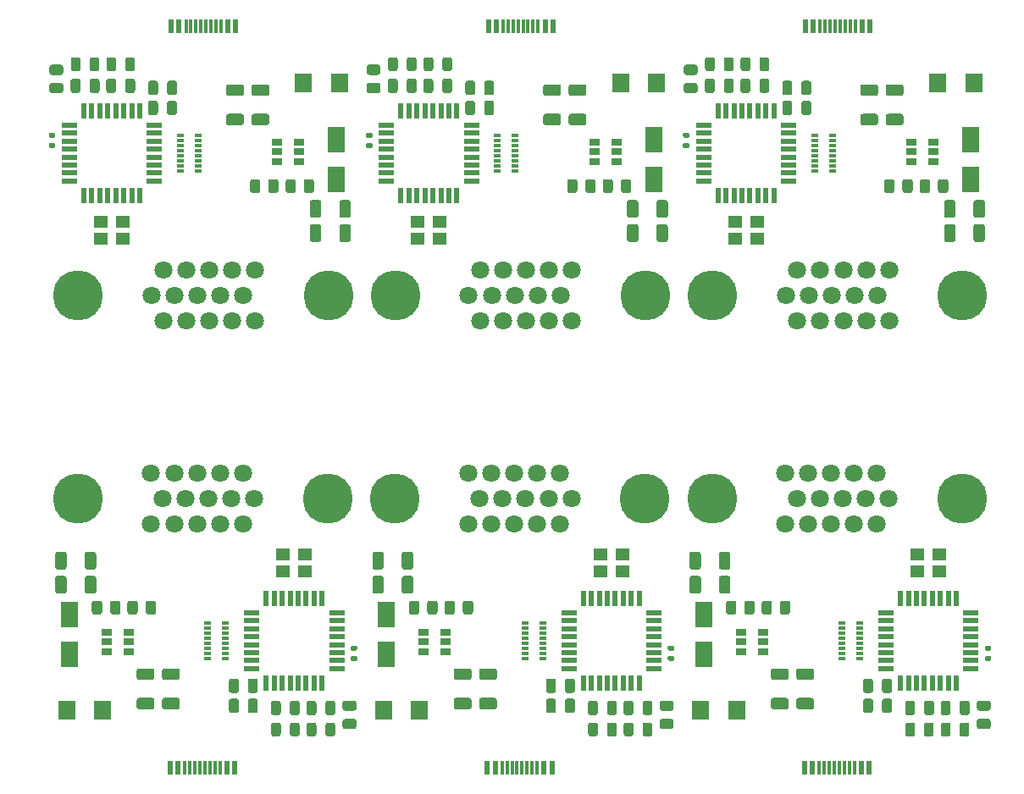
<source format=gbr>
%TF.GenerationSoftware,KiCad,Pcbnew,(5.1.9)-1*%
%TF.CreationDate,2022-04-09T22:54:09+08:00*%
%TF.ProjectId,DB15_Switch_panelize,44423135-5f53-4776-9974-63685f70616e,rev?*%
%TF.SameCoordinates,Original*%
%TF.FileFunction,Paste,Top*%
%TF.FilePolarity,Positive*%
%FSLAX46Y46*%
G04 Gerber Fmt 4.6, Leading zero omitted, Abs format (unit mm)*
G04 Created by KiCad (PCBNEW (5.1.9)-1) date 2022-04-09 22:54:09*
%MOMM*%
%LPD*%
G01*
G04 APERTURE LIST*
%ADD10R,1.600000X0.550000*%
%ADD11R,0.550000X1.600000*%
%ADD12R,1.400000X1.200000*%
%ADD13R,0.300000X1.450000*%
%ADD14R,0.600000X1.450000*%
%ADD15R,0.800000X0.300000*%
%ADD16C,5.000000*%
%ADD17C,1.800000*%
%ADD18R,1.800000X2.500000*%
%ADD19R,1.675000X1.950000*%
%ADD20R,1.060000X0.650000*%
G04 APERTURE END LIST*
D10*
%TO.C,U4*%
X163918000Y-107084000D03*
X163918000Y-107884000D03*
X163918000Y-108684000D03*
X163918000Y-109484000D03*
X163918000Y-110284000D03*
X163918000Y-111084000D03*
X163918000Y-111884000D03*
X163918000Y-112684000D03*
D11*
X162468000Y-114134000D03*
X161668000Y-114134000D03*
X160868000Y-114134000D03*
X160068000Y-114134000D03*
X159268000Y-114134000D03*
X158468000Y-114134000D03*
X157668000Y-114134000D03*
X156868000Y-114134000D03*
D10*
X155418000Y-112684000D03*
X155418000Y-111884000D03*
X155418000Y-111084000D03*
X155418000Y-110284000D03*
X155418000Y-109484000D03*
X155418000Y-108684000D03*
X155418000Y-107884000D03*
X155418000Y-107084000D03*
D11*
X156868000Y-105634000D03*
X157668000Y-105634000D03*
X158468000Y-105634000D03*
X159268000Y-105634000D03*
X160068000Y-105634000D03*
X160868000Y-105634000D03*
X161668000Y-105634000D03*
X162468000Y-105634000D03*
%TD*%
%TO.C,R5*%
G36*
G01*
X197152000Y-111392000D02*
X197522000Y-111392000D01*
G75*
G02*
X197657000Y-111527000I0J-135000D01*
G01*
X197657000Y-111797000D01*
G75*
G02*
X197522000Y-111932000I-135000J0D01*
G01*
X197152000Y-111932000D01*
G75*
G02*
X197017000Y-111797000I0J135000D01*
G01*
X197017000Y-111527000D01*
G75*
G02*
X197152000Y-111392000I135000J0D01*
G01*
G37*
G36*
G01*
X197152000Y-110372000D02*
X197522000Y-110372000D01*
G75*
G02*
X197657000Y-110507000I0J-135000D01*
G01*
X197657000Y-110777000D01*
G75*
G02*
X197522000Y-110912000I-135000J0D01*
G01*
X197152000Y-110912000D01*
G75*
G02*
X197017000Y-110777000I0J135000D01*
G01*
X197017000Y-110507000D01*
G75*
G02*
X197152000Y-110372000I135000J0D01*
G01*
G37*
%TD*%
%TO.C,C3*%
G36*
G01*
X193585000Y-116140000D02*
X193585000Y-117090000D01*
G75*
G02*
X193335000Y-117340000I-250000J0D01*
G01*
X192835000Y-117340000D01*
G75*
G02*
X192585000Y-117090000I0J250000D01*
G01*
X192585000Y-116140000D01*
G75*
G02*
X192835000Y-115890000I250000J0D01*
G01*
X193335000Y-115890000D01*
G75*
G02*
X193585000Y-116140000I0J-250000D01*
G01*
G37*
G36*
G01*
X195485000Y-116140000D02*
X195485000Y-117090000D01*
G75*
G02*
X195235000Y-117340000I-250000J0D01*
G01*
X194735000Y-117340000D01*
G75*
G02*
X194485000Y-117090000I0J250000D01*
G01*
X194485000Y-116140000D01*
G75*
G02*
X194735000Y-115890000I250000J0D01*
G01*
X195235000Y-115890000D01*
G75*
G02*
X195485000Y-116140000I0J-250000D01*
G01*
G37*
%TD*%
%TO.C,C3*%
G36*
G01*
X161885000Y-116140000D02*
X161885000Y-117090000D01*
G75*
G02*
X161635000Y-117340000I-250000J0D01*
G01*
X161135000Y-117340000D01*
G75*
G02*
X160885000Y-117090000I0J250000D01*
G01*
X160885000Y-116140000D01*
G75*
G02*
X161135000Y-115890000I250000J0D01*
G01*
X161635000Y-115890000D01*
G75*
G02*
X161885000Y-116140000I0J-250000D01*
G01*
G37*
G36*
G01*
X163785000Y-116140000D02*
X163785000Y-117090000D01*
G75*
G02*
X163535000Y-117340000I-250000J0D01*
G01*
X163035000Y-117340000D01*
G75*
G02*
X162785000Y-117090000I0J250000D01*
G01*
X162785000Y-116140000D01*
G75*
G02*
X163035000Y-115890000I250000J0D01*
G01*
X163535000Y-115890000D01*
G75*
G02*
X163785000Y-116140000I0J-250000D01*
G01*
G37*
%TD*%
D12*
%TO.C,Y1*%
X160768000Y-102987000D03*
X158568000Y-102987000D03*
X158568000Y-101287000D03*
X160768000Y-101287000D03*
%TD*%
%TO.C,R5*%
G36*
G01*
X165452000Y-111392000D02*
X165822000Y-111392000D01*
G75*
G02*
X165957000Y-111527000I0J-135000D01*
G01*
X165957000Y-111797000D01*
G75*
G02*
X165822000Y-111932000I-135000J0D01*
G01*
X165452000Y-111932000D01*
G75*
G02*
X165317000Y-111797000I0J135000D01*
G01*
X165317000Y-111527000D01*
G75*
G02*
X165452000Y-111392000I135000J0D01*
G01*
G37*
G36*
G01*
X165452000Y-110372000D02*
X165822000Y-110372000D01*
G75*
G02*
X165957000Y-110507000I0J-135000D01*
G01*
X165957000Y-110777000D01*
G75*
G02*
X165822000Y-110912000I-135000J0D01*
G01*
X165452000Y-110912000D01*
G75*
G02*
X165317000Y-110777000I0J135000D01*
G01*
X165317000Y-110507000D01*
G75*
G02*
X165452000Y-110372000I135000J0D01*
G01*
G37*
%TD*%
%TO.C,C8*%
G36*
G01*
X186738000Y-116875000D02*
X186738000Y-115925000D01*
G75*
G02*
X186988000Y-115675000I250000J0D01*
G01*
X187488000Y-115675000D01*
G75*
G02*
X187738000Y-115925000I0J-250000D01*
G01*
X187738000Y-116875000D01*
G75*
G02*
X187488000Y-117125000I-250000J0D01*
G01*
X186988000Y-117125000D01*
G75*
G02*
X186738000Y-116875000I0J250000D01*
G01*
G37*
G36*
G01*
X184838000Y-116875000D02*
X184838000Y-115925000D01*
G75*
G02*
X185088000Y-115675000I250000J0D01*
G01*
X185588000Y-115675000D01*
G75*
G02*
X185838000Y-115925000I0J-250000D01*
G01*
X185838000Y-116875000D01*
G75*
G02*
X185588000Y-117125000I-250000J0D01*
G01*
X185088000Y-117125000D01*
G75*
G02*
X184838000Y-116875000I0J250000D01*
G01*
G37*
%TD*%
D13*
%TO.C,USB1*%
X181950000Y-122605000D03*
X182450000Y-122605000D03*
X182950000Y-122605000D03*
X181450000Y-122605000D03*
X183450000Y-122605000D03*
X180950000Y-122605000D03*
X183950000Y-122605000D03*
X180450000Y-122605000D03*
D14*
X179750000Y-122605000D03*
X184650000Y-122605000D03*
X178975000Y-122605000D03*
X185425000Y-122605000D03*
%TD*%
%TO.C,C9*%
G36*
G01*
X186738000Y-114875000D02*
X186738000Y-113925000D01*
G75*
G02*
X186988000Y-113675000I250000J0D01*
G01*
X187488000Y-113675000D01*
G75*
G02*
X187738000Y-113925000I0J-250000D01*
G01*
X187738000Y-114875000D01*
G75*
G02*
X187488000Y-115125000I-250000J0D01*
G01*
X186988000Y-115125000D01*
G75*
G02*
X186738000Y-114875000I0J250000D01*
G01*
G37*
G36*
G01*
X184838000Y-114875000D02*
X184838000Y-113925000D01*
G75*
G02*
X185088000Y-113675000I250000J0D01*
G01*
X185588000Y-113675000D01*
G75*
G02*
X185838000Y-113925000I0J-250000D01*
G01*
X185838000Y-114875000D01*
G75*
G02*
X185588000Y-115125000I-250000J0D01*
G01*
X185088000Y-115125000D01*
G75*
G02*
X184838000Y-114875000I0J250000D01*
G01*
G37*
%TD*%
D12*
%TO.C,Y1*%
X192468000Y-102987000D03*
X190268000Y-102987000D03*
X190268000Y-101287000D03*
X192468000Y-101287000D03*
%TD*%
%TO.C,C7*%
G36*
G01*
X168624000Y-101232999D02*
X168624000Y-102533001D01*
G75*
G02*
X168374001Y-102783000I-249999J0D01*
G01*
X167723999Y-102783000D01*
G75*
G02*
X167474000Y-102533001I0J249999D01*
G01*
X167474000Y-101232999D01*
G75*
G02*
X167723999Y-100983000I249999J0D01*
G01*
X168374001Y-100983000D01*
G75*
G02*
X168624000Y-101232999I0J-249999D01*
G01*
G37*
G36*
G01*
X171574000Y-101232999D02*
X171574000Y-102533001D01*
G75*
G02*
X171324001Y-102783000I-249999J0D01*
G01*
X170673999Y-102783000D01*
G75*
G02*
X170424000Y-102533001I0J249999D01*
G01*
X170424000Y-101232999D01*
G75*
G02*
X170673999Y-100983000I249999J0D01*
G01*
X171324001Y-100983000D01*
G75*
G02*
X171574000Y-101232999I0J-249999D01*
G01*
G37*
%TD*%
D10*
%TO.C,U4*%
X195618000Y-107084000D03*
X195618000Y-107884000D03*
X195618000Y-108684000D03*
X195618000Y-109484000D03*
X195618000Y-110284000D03*
X195618000Y-111084000D03*
X195618000Y-111884000D03*
X195618000Y-112684000D03*
D11*
X194168000Y-114134000D03*
X193368000Y-114134000D03*
X192568000Y-114134000D03*
X191768000Y-114134000D03*
X190968000Y-114134000D03*
X190168000Y-114134000D03*
X189368000Y-114134000D03*
X188568000Y-114134000D03*
D10*
X187118000Y-112684000D03*
X187118000Y-111884000D03*
X187118000Y-111084000D03*
X187118000Y-110284000D03*
X187118000Y-109484000D03*
X187118000Y-108684000D03*
X187118000Y-107884000D03*
X187118000Y-107084000D03*
D11*
X188568000Y-105634000D03*
X189368000Y-105634000D03*
X190168000Y-105634000D03*
X190968000Y-105634000D03*
X191768000Y-105634000D03*
X192568000Y-105634000D03*
X193368000Y-105634000D03*
X194168000Y-105634000D03*
%TD*%
D13*
%TO.C,USB1*%
X150250000Y-122605000D03*
X150750000Y-122605000D03*
X151250000Y-122605000D03*
X149750000Y-122605000D03*
X151750000Y-122605000D03*
X149250000Y-122605000D03*
X152250000Y-122605000D03*
X148750000Y-122605000D03*
D14*
X148050000Y-122605000D03*
X152950000Y-122605000D03*
X147275000Y-122605000D03*
X153725000Y-122605000D03*
%TD*%
%TO.C,C8*%
G36*
G01*
X155038000Y-116875000D02*
X155038000Y-115925000D01*
G75*
G02*
X155288000Y-115675000I250000J0D01*
G01*
X155788000Y-115675000D01*
G75*
G02*
X156038000Y-115925000I0J-250000D01*
G01*
X156038000Y-116875000D01*
G75*
G02*
X155788000Y-117125000I-250000J0D01*
G01*
X155288000Y-117125000D01*
G75*
G02*
X155038000Y-116875000I0J250000D01*
G01*
G37*
G36*
G01*
X153138000Y-116875000D02*
X153138000Y-115925000D01*
G75*
G02*
X153388000Y-115675000I250000J0D01*
G01*
X153888000Y-115675000D01*
G75*
G02*
X154138000Y-115925000I0J-250000D01*
G01*
X154138000Y-116875000D01*
G75*
G02*
X153888000Y-117125000I-250000J0D01*
G01*
X153388000Y-117125000D01*
G75*
G02*
X153138000Y-116875000I0J250000D01*
G01*
G37*
%TD*%
%TO.C,C6*%
G36*
G01*
X168624000Y-103645999D02*
X168624000Y-104946001D01*
G75*
G02*
X168374001Y-105196000I-249999J0D01*
G01*
X167723999Y-105196000D01*
G75*
G02*
X167474000Y-104946001I0J249999D01*
G01*
X167474000Y-103645999D01*
G75*
G02*
X167723999Y-103396000I249999J0D01*
G01*
X168374001Y-103396000D01*
G75*
G02*
X168624000Y-103645999I0J-249999D01*
G01*
G37*
G36*
G01*
X171574000Y-103645999D02*
X171574000Y-104946001D01*
G75*
G02*
X171324001Y-105196000I-249999J0D01*
G01*
X170673999Y-105196000D01*
G75*
G02*
X170424000Y-104946001I0J249999D01*
G01*
X170424000Y-103645999D01*
G75*
G02*
X170673999Y-103396000I249999J0D01*
G01*
X171324001Y-103396000D01*
G75*
G02*
X171574000Y-103645999I0J-249999D01*
G01*
G37*
%TD*%
%TO.C,C9*%
G36*
G01*
X155038000Y-114875000D02*
X155038000Y-113925000D01*
G75*
G02*
X155288000Y-113675000I250000J0D01*
G01*
X155788000Y-113675000D01*
G75*
G02*
X156038000Y-113925000I0J-250000D01*
G01*
X156038000Y-114875000D01*
G75*
G02*
X155788000Y-115125000I-250000J0D01*
G01*
X155288000Y-115125000D01*
G75*
G02*
X155038000Y-114875000I0J250000D01*
G01*
G37*
G36*
G01*
X153138000Y-114875000D02*
X153138000Y-113925000D01*
G75*
G02*
X153388000Y-113675000I250000J0D01*
G01*
X153888000Y-113675000D01*
G75*
G02*
X154138000Y-113925000I0J-250000D01*
G01*
X154138000Y-114875000D01*
G75*
G02*
X153888000Y-115125000I-250000J0D01*
G01*
X153388000Y-115125000D01*
G75*
G02*
X153138000Y-114875000I0J250000D01*
G01*
G37*
%TD*%
D15*
%TO.C,RN1*%
X151021000Y-108634000D03*
X151021000Y-109634000D03*
X151021000Y-109134000D03*
X151021000Y-110134000D03*
X151021000Y-110634000D03*
X151021000Y-111134000D03*
X152821000Y-108634000D03*
X152821000Y-109134000D03*
X152821000Y-109634000D03*
X152821000Y-110134000D03*
X152821000Y-110634000D03*
X152821000Y-111134000D03*
X151021000Y-108134000D03*
X152821000Y-108134000D03*
X151021000Y-111634000D03*
X152821000Y-111634000D03*
%TD*%
%TO.C,C6*%
G36*
G01*
X136924000Y-103645999D02*
X136924000Y-104946001D01*
G75*
G02*
X136674001Y-105196000I-249999J0D01*
G01*
X136023999Y-105196000D01*
G75*
G02*
X135774000Y-104946001I0J249999D01*
G01*
X135774000Y-103645999D01*
G75*
G02*
X136023999Y-103396000I249999J0D01*
G01*
X136674001Y-103396000D01*
G75*
G02*
X136924000Y-103645999I0J-249999D01*
G01*
G37*
G36*
G01*
X139874000Y-103645999D02*
X139874000Y-104946001D01*
G75*
G02*
X139624001Y-105196000I-249999J0D01*
G01*
X138973999Y-105196000D01*
G75*
G02*
X138724000Y-104946001I0J249999D01*
G01*
X138724000Y-103645999D01*
G75*
G02*
X138973999Y-103396000I249999J0D01*
G01*
X139624001Y-103396000D01*
G75*
G02*
X139874000Y-103645999I0J-249999D01*
G01*
G37*
%TD*%
%TO.C,RN1*%
X182721000Y-108634000D03*
X182721000Y-109634000D03*
X182721000Y-109134000D03*
X182721000Y-110134000D03*
X182721000Y-110634000D03*
X182721000Y-111134000D03*
X184521000Y-108634000D03*
X184521000Y-109134000D03*
X184521000Y-109634000D03*
X184521000Y-110134000D03*
X184521000Y-110634000D03*
X184521000Y-111134000D03*
X182721000Y-108134000D03*
X184521000Y-108134000D03*
X182721000Y-111634000D03*
X184521000Y-111634000D03*
%TD*%
D16*
%TO.C,J1*%
X169729000Y-95660000D03*
X194719000Y-95660000D03*
D17*
X186231000Y-98200000D03*
X183942000Y-98200000D03*
X181652000Y-98200000D03*
X179362000Y-98200000D03*
X177072000Y-98200000D03*
X187376000Y-95660000D03*
X185086000Y-95660000D03*
X182796000Y-95660000D03*
X180506000Y-95660000D03*
X178217000Y-95660000D03*
X186231000Y-93120000D03*
X183942000Y-93120000D03*
X181652000Y-93120000D03*
X179362000Y-93120000D03*
X177072000Y-93120000D03*
%TD*%
D16*
%TO.C,J1*%
X138029000Y-95660000D03*
X163019000Y-95660000D03*
D17*
X154531000Y-98200000D03*
X152242000Y-98200000D03*
X149952000Y-98200000D03*
X147662000Y-98200000D03*
X145372000Y-98200000D03*
X155676000Y-95660000D03*
X153386000Y-95660000D03*
X151096000Y-95660000D03*
X148806000Y-95660000D03*
X146517000Y-95660000D03*
X154531000Y-93120000D03*
X152242000Y-93120000D03*
X149952000Y-93120000D03*
X147662000Y-93120000D03*
X145372000Y-93120000D03*
%TD*%
%TO.C,C4*%
G36*
G01*
X175858999Y-112660000D02*
X177159001Y-112660000D01*
G75*
G02*
X177409000Y-112909999I0J-249999D01*
G01*
X177409000Y-113560001D01*
G75*
G02*
X177159001Y-113810000I-249999J0D01*
G01*
X175858999Y-113810000D01*
G75*
G02*
X175609000Y-113560001I0J249999D01*
G01*
X175609000Y-112909999D01*
G75*
G02*
X175858999Y-112660000I249999J0D01*
G01*
G37*
G36*
G01*
X175858999Y-115610000D02*
X177159001Y-115610000D01*
G75*
G02*
X177409000Y-115859999I0J-249999D01*
G01*
X177409000Y-116510001D01*
G75*
G02*
X177159001Y-116760000I-249999J0D01*
G01*
X175858999Y-116760000D01*
G75*
G02*
X175609000Y-116510001I0J249999D01*
G01*
X175609000Y-115859999D01*
G75*
G02*
X175858999Y-115610000I249999J0D01*
G01*
G37*
%TD*%
%TO.C,R10*%
G36*
G01*
X165650001Y-116900000D02*
X164749999Y-116900000D01*
G75*
G02*
X164500000Y-116650001I0J249999D01*
G01*
X164500000Y-116124999D01*
G75*
G02*
X164749999Y-115875000I249999J0D01*
G01*
X165650001Y-115875000D01*
G75*
G02*
X165900000Y-116124999I0J-249999D01*
G01*
X165900000Y-116650001D01*
G75*
G02*
X165650001Y-116900000I-249999J0D01*
G01*
G37*
G36*
G01*
X165650001Y-118725000D02*
X164749999Y-118725000D01*
G75*
G02*
X164500000Y-118475001I0J249999D01*
G01*
X164500000Y-117949999D01*
G75*
G02*
X164749999Y-117700000I249999J0D01*
G01*
X165650001Y-117700000D01*
G75*
G02*
X165900000Y-117949999I0J-249999D01*
G01*
X165900000Y-118475001D01*
G75*
G02*
X165650001Y-118725000I-249999J0D01*
G01*
G37*
%TD*%
%TO.C,C5*%
G36*
G01*
X146698999Y-112660000D02*
X147999001Y-112660000D01*
G75*
G02*
X148249000Y-112909999I0J-249999D01*
G01*
X148249000Y-113560001D01*
G75*
G02*
X147999001Y-113810000I-249999J0D01*
G01*
X146698999Y-113810000D01*
G75*
G02*
X146449000Y-113560001I0J249999D01*
G01*
X146449000Y-112909999D01*
G75*
G02*
X146698999Y-112660000I249999J0D01*
G01*
G37*
G36*
G01*
X146698999Y-115610000D02*
X147999001Y-115610000D01*
G75*
G02*
X148249000Y-115859999I0J-249999D01*
G01*
X148249000Y-116510001D01*
G75*
G02*
X147999001Y-116760000I-249999J0D01*
G01*
X146698999Y-116760000D01*
G75*
G02*
X146449000Y-116510001I0J249999D01*
G01*
X146449000Y-115859999D01*
G75*
G02*
X146698999Y-115610000I249999J0D01*
G01*
G37*
%TD*%
%TO.C,C5*%
G36*
G01*
X178398999Y-112660000D02*
X179699001Y-112660000D01*
G75*
G02*
X179949000Y-112909999I0J-249999D01*
G01*
X179949000Y-113560001D01*
G75*
G02*
X179699001Y-113810000I-249999J0D01*
G01*
X178398999Y-113810000D01*
G75*
G02*
X178149000Y-113560001I0J249999D01*
G01*
X178149000Y-112909999D01*
G75*
G02*
X178398999Y-112660000I249999J0D01*
G01*
G37*
G36*
G01*
X178398999Y-115610000D02*
X179699001Y-115610000D01*
G75*
G02*
X179949000Y-115859999I0J-249999D01*
G01*
X179949000Y-116510001D01*
G75*
G02*
X179699001Y-116760000I-249999J0D01*
G01*
X178398999Y-116760000D01*
G75*
G02*
X178149000Y-116510001I0J249999D01*
G01*
X178149000Y-115859999D01*
G75*
G02*
X178398999Y-115610000I249999J0D01*
G01*
G37*
%TD*%
%TO.C,R10*%
G36*
G01*
X197350001Y-116900000D02*
X196449999Y-116900000D01*
G75*
G02*
X196200000Y-116650001I0J249999D01*
G01*
X196200000Y-116124999D01*
G75*
G02*
X196449999Y-115875000I249999J0D01*
G01*
X197350001Y-115875000D01*
G75*
G02*
X197600000Y-116124999I0J-249999D01*
G01*
X197600000Y-116650001D01*
G75*
G02*
X197350001Y-116900000I-249999J0D01*
G01*
G37*
G36*
G01*
X197350001Y-118725000D02*
X196449999Y-118725000D01*
G75*
G02*
X196200000Y-118475001I0J249999D01*
G01*
X196200000Y-117949999D01*
G75*
G02*
X196449999Y-117700000I249999J0D01*
G01*
X197350001Y-117700000D01*
G75*
G02*
X197600000Y-117949999I0J-249999D01*
G01*
X197600000Y-118475001D01*
G75*
G02*
X197350001Y-118725000I-249999J0D01*
G01*
G37*
%TD*%
%TO.C,C7*%
G36*
G01*
X136924000Y-101232999D02*
X136924000Y-102533001D01*
G75*
G02*
X136674001Y-102783000I-249999J0D01*
G01*
X136023999Y-102783000D01*
G75*
G02*
X135774000Y-102533001I0J249999D01*
G01*
X135774000Y-101232999D01*
G75*
G02*
X136023999Y-100983000I249999J0D01*
G01*
X136674001Y-100983000D01*
G75*
G02*
X136924000Y-101232999I0J-249999D01*
G01*
G37*
G36*
G01*
X139874000Y-101232999D02*
X139874000Y-102533001D01*
G75*
G02*
X139624001Y-102783000I-249999J0D01*
G01*
X138973999Y-102783000D01*
G75*
G02*
X138724000Y-102533001I0J249999D01*
G01*
X138724000Y-101232999D01*
G75*
G02*
X138973999Y-100983000I249999J0D01*
G01*
X139624001Y-100983000D01*
G75*
G02*
X139874000Y-101232999I0J-249999D01*
G01*
G37*
%TD*%
%TO.C,C4*%
G36*
G01*
X144158999Y-112660000D02*
X145459001Y-112660000D01*
G75*
G02*
X145709000Y-112909999I0J-249999D01*
G01*
X145709000Y-113560001D01*
G75*
G02*
X145459001Y-113810000I-249999J0D01*
G01*
X144158999Y-113810000D01*
G75*
G02*
X143909000Y-113560001I0J249999D01*
G01*
X143909000Y-112909999D01*
G75*
G02*
X144158999Y-112660000I249999J0D01*
G01*
G37*
G36*
G01*
X144158999Y-115610000D02*
X145459001Y-115610000D01*
G75*
G02*
X145709000Y-115859999I0J-249999D01*
G01*
X145709000Y-116510001D01*
G75*
G02*
X145459001Y-116760000I-249999J0D01*
G01*
X144158999Y-116760000D01*
G75*
G02*
X143909000Y-116510001I0J249999D01*
G01*
X143909000Y-115859999D01*
G75*
G02*
X144158999Y-115610000I249999J0D01*
G01*
G37*
%TD*%
D18*
%TO.C,D3*%
X168889000Y-111249000D03*
X168889000Y-107249000D03*
%TD*%
%TO.C,C10*%
G36*
G01*
X190929000Y-117090000D02*
X190929000Y-116140000D01*
G75*
G02*
X191179000Y-115890000I250000J0D01*
G01*
X191679000Y-115890000D01*
G75*
G02*
X191929000Y-116140000I0J-250000D01*
G01*
X191929000Y-117090000D01*
G75*
G02*
X191679000Y-117340000I-250000J0D01*
G01*
X191179000Y-117340000D01*
G75*
G02*
X190929000Y-117090000I0J250000D01*
G01*
G37*
G36*
G01*
X189029000Y-117090000D02*
X189029000Y-116140000D01*
G75*
G02*
X189279000Y-115890000I250000J0D01*
G01*
X189779000Y-115890000D01*
G75*
G02*
X190029000Y-116140000I0J-250000D01*
G01*
X190029000Y-117090000D01*
G75*
G02*
X189779000Y-117340000I-250000J0D01*
G01*
X189279000Y-117340000D01*
G75*
G02*
X189029000Y-117090000I0J250000D01*
G01*
G37*
%TD*%
%TO.C,D3*%
X137189000Y-111249000D03*
X137189000Y-107249000D03*
%TD*%
%TO.C,C10*%
G36*
G01*
X159229000Y-117090000D02*
X159229000Y-116140000D01*
G75*
G02*
X159479000Y-115890000I250000J0D01*
G01*
X159979000Y-115890000D01*
G75*
G02*
X160229000Y-116140000I0J-250000D01*
G01*
X160229000Y-117090000D01*
G75*
G02*
X159979000Y-117340000I-250000J0D01*
G01*
X159479000Y-117340000D01*
G75*
G02*
X159229000Y-117090000I0J250000D01*
G01*
G37*
G36*
G01*
X157329000Y-117090000D02*
X157329000Y-116140000D01*
G75*
G02*
X157579000Y-115890000I250000J0D01*
G01*
X158079000Y-115890000D01*
G75*
G02*
X158329000Y-116140000I0J-250000D01*
G01*
X158329000Y-117090000D01*
G75*
G02*
X158079000Y-117340000I-250000J0D01*
G01*
X157579000Y-117340000D01*
G75*
G02*
X157329000Y-117090000I0J250000D01*
G01*
G37*
%TD*%
%TO.C,C9*%
G36*
G01*
X121438000Y-114875000D02*
X121438000Y-113925000D01*
G75*
G02*
X121688000Y-113675000I250000J0D01*
G01*
X122188000Y-113675000D01*
G75*
G02*
X122438000Y-113925000I0J-250000D01*
G01*
X122438000Y-114875000D01*
G75*
G02*
X122188000Y-115125000I-250000J0D01*
G01*
X121688000Y-115125000D01*
G75*
G02*
X121438000Y-114875000I0J250000D01*
G01*
G37*
G36*
G01*
X123338000Y-114875000D02*
X123338000Y-113925000D01*
G75*
G02*
X123588000Y-113675000I250000J0D01*
G01*
X124088000Y-113675000D01*
G75*
G02*
X124338000Y-113925000I0J-250000D01*
G01*
X124338000Y-114875000D01*
G75*
G02*
X124088000Y-115125000I-250000J0D01*
G01*
X123588000Y-115125000D01*
G75*
G02*
X123338000Y-114875000I0J250000D01*
G01*
G37*
%TD*%
%TO.C,C3*%
G36*
G01*
X132085000Y-116140000D02*
X132085000Y-117090000D01*
G75*
G02*
X131835000Y-117340000I-250000J0D01*
G01*
X131335000Y-117340000D01*
G75*
G02*
X131085000Y-117090000I0J250000D01*
G01*
X131085000Y-116140000D01*
G75*
G02*
X131335000Y-115890000I250000J0D01*
G01*
X131835000Y-115890000D01*
G75*
G02*
X132085000Y-116140000I0J-250000D01*
G01*
G37*
G36*
G01*
X130185000Y-116140000D02*
X130185000Y-117090000D01*
G75*
G02*
X129935000Y-117340000I-250000J0D01*
G01*
X129435000Y-117340000D01*
G75*
G02*
X129185000Y-117090000I0J250000D01*
G01*
X129185000Y-116140000D01*
G75*
G02*
X129435000Y-115890000I250000J0D01*
G01*
X129935000Y-115890000D01*
G75*
G02*
X130185000Y-116140000I0J-250000D01*
G01*
G37*
%TD*%
%TO.C,C8*%
G36*
G01*
X121438000Y-116875000D02*
X121438000Y-115925000D01*
G75*
G02*
X121688000Y-115675000I250000J0D01*
G01*
X122188000Y-115675000D01*
G75*
G02*
X122438000Y-115925000I0J-250000D01*
G01*
X122438000Y-116875000D01*
G75*
G02*
X122188000Y-117125000I-250000J0D01*
G01*
X121688000Y-117125000D01*
G75*
G02*
X121438000Y-116875000I0J250000D01*
G01*
G37*
G36*
G01*
X123338000Y-116875000D02*
X123338000Y-115925000D01*
G75*
G02*
X123588000Y-115675000I250000J0D01*
G01*
X124088000Y-115675000D01*
G75*
G02*
X124338000Y-115925000I0J-250000D01*
G01*
X124338000Y-116875000D01*
G75*
G02*
X124088000Y-117125000I-250000J0D01*
G01*
X123588000Y-117125000D01*
G75*
G02*
X123338000Y-116875000I0J250000D01*
G01*
G37*
%TD*%
D11*
%TO.C,U4*%
X130768000Y-105634000D03*
X129968000Y-105634000D03*
X129168000Y-105634000D03*
X128368000Y-105634000D03*
X127568000Y-105634000D03*
X126768000Y-105634000D03*
X125968000Y-105634000D03*
X125168000Y-105634000D03*
D10*
X123718000Y-107084000D03*
X123718000Y-107884000D03*
X123718000Y-108684000D03*
X123718000Y-109484000D03*
X123718000Y-110284000D03*
X123718000Y-111084000D03*
X123718000Y-111884000D03*
X123718000Y-112684000D03*
D11*
X125168000Y-114134000D03*
X125968000Y-114134000D03*
X126768000Y-114134000D03*
X127568000Y-114134000D03*
X128368000Y-114134000D03*
X129168000Y-114134000D03*
X129968000Y-114134000D03*
X130768000Y-114134000D03*
D10*
X132218000Y-112684000D03*
X132218000Y-111884000D03*
X132218000Y-111084000D03*
X132218000Y-110284000D03*
X132218000Y-109484000D03*
X132218000Y-108684000D03*
X132218000Y-107884000D03*
X132218000Y-107084000D03*
%TD*%
D14*
%TO.C,USB1*%
X122025000Y-122605000D03*
X115575000Y-122605000D03*
X121250000Y-122605000D03*
X116350000Y-122605000D03*
D13*
X117050000Y-122605000D03*
X120550000Y-122605000D03*
X117550000Y-122605000D03*
X120050000Y-122605000D03*
X118050000Y-122605000D03*
X119550000Y-122605000D03*
X119050000Y-122605000D03*
X118550000Y-122605000D03*
%TD*%
%TO.C,R5*%
G36*
G01*
X133752000Y-110372000D02*
X134122000Y-110372000D01*
G75*
G02*
X134257000Y-110507000I0J-135000D01*
G01*
X134257000Y-110777000D01*
G75*
G02*
X134122000Y-110912000I-135000J0D01*
G01*
X133752000Y-110912000D01*
G75*
G02*
X133617000Y-110777000I0J135000D01*
G01*
X133617000Y-110507000D01*
G75*
G02*
X133752000Y-110372000I135000J0D01*
G01*
G37*
G36*
G01*
X133752000Y-111392000D02*
X134122000Y-111392000D01*
G75*
G02*
X134257000Y-111527000I0J-135000D01*
G01*
X134257000Y-111797000D01*
G75*
G02*
X134122000Y-111932000I-135000J0D01*
G01*
X133752000Y-111932000D01*
G75*
G02*
X133617000Y-111797000I0J135000D01*
G01*
X133617000Y-111527000D01*
G75*
G02*
X133752000Y-111392000I135000J0D01*
G01*
G37*
%TD*%
D12*
%TO.C,Y1*%
X129068000Y-101287000D03*
X126868000Y-101287000D03*
X126868000Y-102987000D03*
X129068000Y-102987000D03*
%TD*%
D15*
%TO.C,RN1*%
X121121000Y-111634000D03*
X119321000Y-111634000D03*
X121121000Y-108134000D03*
X119321000Y-108134000D03*
X121121000Y-111134000D03*
X121121000Y-110634000D03*
X121121000Y-110134000D03*
X121121000Y-109634000D03*
X121121000Y-109134000D03*
X121121000Y-108634000D03*
X119321000Y-111134000D03*
X119321000Y-110634000D03*
X119321000Y-110134000D03*
X119321000Y-109134000D03*
X119321000Y-109634000D03*
X119321000Y-108634000D03*
%TD*%
%TO.C,C6*%
G36*
G01*
X108174000Y-103645999D02*
X108174000Y-104946001D01*
G75*
G02*
X107924001Y-105196000I-249999J0D01*
G01*
X107273999Y-105196000D01*
G75*
G02*
X107024000Y-104946001I0J249999D01*
G01*
X107024000Y-103645999D01*
G75*
G02*
X107273999Y-103396000I249999J0D01*
G01*
X107924001Y-103396000D01*
G75*
G02*
X108174000Y-103645999I0J-249999D01*
G01*
G37*
G36*
G01*
X105224000Y-103645999D02*
X105224000Y-104946001D01*
G75*
G02*
X104974001Y-105196000I-249999J0D01*
G01*
X104323999Y-105196000D01*
G75*
G02*
X104074000Y-104946001I0J249999D01*
G01*
X104074000Y-103645999D01*
G75*
G02*
X104323999Y-103396000I249999J0D01*
G01*
X104974001Y-103396000D01*
G75*
G02*
X105224000Y-103645999I0J-249999D01*
G01*
G37*
%TD*%
%TO.C,C7*%
G36*
G01*
X108174000Y-101232999D02*
X108174000Y-102533001D01*
G75*
G02*
X107924001Y-102783000I-249999J0D01*
G01*
X107273999Y-102783000D01*
G75*
G02*
X107024000Y-102533001I0J249999D01*
G01*
X107024000Y-101232999D01*
G75*
G02*
X107273999Y-100983000I249999J0D01*
G01*
X107924001Y-100983000D01*
G75*
G02*
X108174000Y-101232999I0J-249999D01*
G01*
G37*
G36*
G01*
X105224000Y-101232999D02*
X105224000Y-102533001D01*
G75*
G02*
X104974001Y-102783000I-249999J0D01*
G01*
X104323999Y-102783000D01*
G75*
G02*
X104074000Y-102533001I0J249999D01*
G01*
X104074000Y-101232999D01*
G75*
G02*
X104323999Y-100983000I249999J0D01*
G01*
X104974001Y-100983000D01*
G75*
G02*
X105224000Y-101232999I0J-249999D01*
G01*
G37*
%TD*%
D17*
%TO.C,J1*%
X113672000Y-93120000D03*
X115962000Y-93120000D03*
X118252000Y-93120000D03*
X120542000Y-93120000D03*
X122831000Y-93120000D03*
X114817000Y-95660000D03*
X117106000Y-95660000D03*
X119396000Y-95660000D03*
X121686000Y-95660000D03*
X123976000Y-95660000D03*
X113672000Y-98200000D03*
X115962000Y-98200000D03*
X118252000Y-98200000D03*
X120542000Y-98200000D03*
X122831000Y-98200000D03*
D16*
X131319000Y-95660000D03*
X106329000Y-95660000D03*
%TD*%
%TO.C,C4*%
G36*
G01*
X112458999Y-115610000D02*
X113759001Y-115610000D01*
G75*
G02*
X114009000Y-115859999I0J-249999D01*
G01*
X114009000Y-116510001D01*
G75*
G02*
X113759001Y-116760000I-249999J0D01*
G01*
X112458999Y-116760000D01*
G75*
G02*
X112209000Y-116510001I0J249999D01*
G01*
X112209000Y-115859999D01*
G75*
G02*
X112458999Y-115610000I249999J0D01*
G01*
G37*
G36*
G01*
X112458999Y-112660000D02*
X113759001Y-112660000D01*
G75*
G02*
X114009000Y-112909999I0J-249999D01*
G01*
X114009000Y-113560001D01*
G75*
G02*
X113759001Y-113810000I-249999J0D01*
G01*
X112458999Y-113810000D01*
G75*
G02*
X112209000Y-113560001I0J249999D01*
G01*
X112209000Y-112909999D01*
G75*
G02*
X112458999Y-112660000I249999J0D01*
G01*
G37*
%TD*%
%TO.C,C5*%
G36*
G01*
X114998999Y-115610000D02*
X116299001Y-115610000D01*
G75*
G02*
X116549000Y-115859999I0J-249999D01*
G01*
X116549000Y-116510001D01*
G75*
G02*
X116299001Y-116760000I-249999J0D01*
G01*
X114998999Y-116760000D01*
G75*
G02*
X114749000Y-116510001I0J249999D01*
G01*
X114749000Y-115859999D01*
G75*
G02*
X114998999Y-115610000I249999J0D01*
G01*
G37*
G36*
G01*
X114998999Y-112660000D02*
X116299001Y-112660000D01*
G75*
G02*
X116549000Y-112909999I0J-249999D01*
G01*
X116549000Y-113560001D01*
G75*
G02*
X116299001Y-113810000I-249999J0D01*
G01*
X114998999Y-113810000D01*
G75*
G02*
X114749000Y-113560001I0J249999D01*
G01*
X114749000Y-112909999D01*
G75*
G02*
X114998999Y-112660000I249999J0D01*
G01*
G37*
%TD*%
%TO.C,R10*%
G36*
G01*
X133950001Y-118725000D02*
X133049999Y-118725000D01*
G75*
G02*
X132800000Y-118475001I0J249999D01*
G01*
X132800000Y-117949999D01*
G75*
G02*
X133049999Y-117700000I249999J0D01*
G01*
X133950001Y-117700000D01*
G75*
G02*
X134200000Y-117949999I0J-249999D01*
G01*
X134200000Y-118475001D01*
G75*
G02*
X133950001Y-118725000I-249999J0D01*
G01*
G37*
G36*
G01*
X133950001Y-116900000D02*
X133049999Y-116900000D01*
G75*
G02*
X132800000Y-116650001I0J249999D01*
G01*
X132800000Y-116124999D01*
G75*
G02*
X133049999Y-115875000I249999J0D01*
G01*
X133950001Y-115875000D01*
G75*
G02*
X134200000Y-116124999I0J-249999D01*
G01*
X134200000Y-116650001D01*
G75*
G02*
X133950001Y-116900000I-249999J0D01*
G01*
G37*
%TD*%
D18*
%TO.C,D3*%
X105489000Y-107249000D03*
X105489000Y-111249000D03*
%TD*%
%TO.C,C10*%
G36*
G01*
X125629000Y-117090000D02*
X125629000Y-116140000D01*
G75*
G02*
X125879000Y-115890000I250000J0D01*
G01*
X126379000Y-115890000D01*
G75*
G02*
X126629000Y-116140000I0J-250000D01*
G01*
X126629000Y-117090000D01*
G75*
G02*
X126379000Y-117340000I-250000J0D01*
G01*
X125879000Y-117340000D01*
G75*
G02*
X125629000Y-117090000I0J250000D01*
G01*
G37*
G36*
G01*
X127529000Y-117090000D02*
X127529000Y-116140000D01*
G75*
G02*
X127779000Y-115890000I250000J0D01*
G01*
X128279000Y-115890000D01*
G75*
G02*
X128529000Y-116140000I0J-250000D01*
G01*
X128529000Y-117090000D01*
G75*
G02*
X128279000Y-117340000I-250000J0D01*
G01*
X127779000Y-117340000D01*
G75*
G02*
X127529000Y-117090000I0J250000D01*
G01*
G37*
%TD*%
%TO.C,D1*%
G36*
G01*
X128504000Y-118317750D02*
X128504000Y-119230250D01*
G75*
G02*
X128260250Y-119474000I-243750J0D01*
G01*
X127772750Y-119474000D01*
G75*
G02*
X127529000Y-119230250I0J243750D01*
G01*
X127529000Y-118317750D01*
G75*
G02*
X127772750Y-118074000I243750J0D01*
G01*
X128260250Y-118074000D01*
G75*
G02*
X128504000Y-118317750I0J-243750D01*
G01*
G37*
G36*
G01*
X126629000Y-118317750D02*
X126629000Y-119230250D01*
G75*
G02*
X126385250Y-119474000I-243750J0D01*
G01*
X125897750Y-119474000D01*
G75*
G02*
X125654000Y-119230250I0J243750D01*
G01*
X125654000Y-118317750D01*
G75*
G02*
X125897750Y-118074000I243750J0D01*
G01*
X126385250Y-118074000D01*
G75*
G02*
X126629000Y-118317750I0J-243750D01*
G01*
G37*
%TD*%
%TO.C,D2*%
G36*
G01*
X129210000Y-119230250D02*
X129210000Y-118317750D01*
G75*
G02*
X129453750Y-118074000I243750J0D01*
G01*
X129941250Y-118074000D01*
G75*
G02*
X130185000Y-118317750I0J-243750D01*
G01*
X130185000Y-119230250D01*
G75*
G02*
X129941250Y-119474000I-243750J0D01*
G01*
X129453750Y-119474000D01*
G75*
G02*
X129210000Y-119230250I0J243750D01*
G01*
G37*
G36*
G01*
X131085000Y-119230250D02*
X131085000Y-118317750D01*
G75*
G02*
X131328750Y-118074000I243750J0D01*
G01*
X131816250Y-118074000D01*
G75*
G02*
X132060000Y-118317750I0J-243750D01*
G01*
X132060000Y-119230250D01*
G75*
G02*
X131816250Y-119474000I-243750J0D01*
G01*
X131328750Y-119474000D01*
G75*
G02*
X131085000Y-119230250I0J243750D01*
G01*
G37*
%TD*%
%TO.C,R7*%
G36*
G01*
X111303000Y-107032001D02*
X111303000Y-106131999D01*
G75*
G02*
X111552999Y-105882000I249999J0D01*
G01*
X112078001Y-105882000D01*
G75*
G02*
X112328000Y-106131999I0J-249999D01*
G01*
X112328000Y-107032001D01*
G75*
G02*
X112078001Y-107282000I-249999J0D01*
G01*
X111552999Y-107282000D01*
G75*
G02*
X111303000Y-107032001I0J249999D01*
G01*
G37*
G36*
G01*
X113128000Y-107032001D02*
X113128000Y-106131999D01*
G75*
G02*
X113377999Y-105882000I249999J0D01*
G01*
X113903001Y-105882000D01*
G75*
G02*
X114153000Y-106131999I0J-249999D01*
G01*
X114153000Y-107032001D01*
G75*
G02*
X113903001Y-107282000I-249999J0D01*
G01*
X113377999Y-107282000D01*
G75*
G02*
X113128000Y-107032001I0J249999D01*
G01*
G37*
%TD*%
D19*
%TO.C,L1*%
X105213000Y-116869000D03*
X108813000Y-116869000D03*
%TD*%
D20*
%TO.C,U3*%
X111415000Y-110011000D03*
X111415000Y-109061000D03*
X111415000Y-110961000D03*
X109215000Y-110961000D03*
X109215000Y-110011000D03*
X109215000Y-109061000D03*
%TD*%
%TO.C,R6*%
G36*
G01*
X107747000Y-107032001D02*
X107747000Y-106131999D01*
G75*
G02*
X107996999Y-105882000I249999J0D01*
G01*
X108522001Y-105882000D01*
G75*
G02*
X108772000Y-106131999I0J-249999D01*
G01*
X108772000Y-107032001D01*
G75*
G02*
X108522001Y-107282000I-249999J0D01*
G01*
X107996999Y-107282000D01*
G75*
G02*
X107747000Y-107032001I0J249999D01*
G01*
G37*
G36*
G01*
X109572000Y-107032001D02*
X109572000Y-106131999D01*
G75*
G02*
X109821999Y-105882000I249999J0D01*
G01*
X110347001Y-105882000D01*
G75*
G02*
X110597000Y-106131999I0J-249999D01*
G01*
X110597000Y-107032001D01*
G75*
G02*
X110347001Y-107282000I-249999J0D01*
G01*
X109821999Y-107282000D01*
G75*
G02*
X109572000Y-107032001I0J249999D01*
G01*
G37*
%TD*%
%TO.C,R6*%
G36*
G01*
X172972000Y-107032001D02*
X172972000Y-106131999D01*
G75*
G02*
X173221999Y-105882000I249999J0D01*
G01*
X173747001Y-105882000D01*
G75*
G02*
X173997000Y-106131999I0J-249999D01*
G01*
X173997000Y-107032001D01*
G75*
G02*
X173747001Y-107282000I-249999J0D01*
G01*
X173221999Y-107282000D01*
G75*
G02*
X172972000Y-107032001I0J249999D01*
G01*
G37*
G36*
G01*
X171147000Y-107032001D02*
X171147000Y-106131999D01*
G75*
G02*
X171396999Y-105882000I249999J0D01*
G01*
X171922001Y-105882000D01*
G75*
G02*
X172172000Y-106131999I0J-249999D01*
G01*
X172172000Y-107032001D01*
G75*
G02*
X171922001Y-107282000I-249999J0D01*
G01*
X171396999Y-107282000D01*
G75*
G02*
X171147000Y-107032001I0J249999D01*
G01*
G37*
%TD*%
%TO.C,D1*%
G36*
G01*
X190029000Y-118317750D02*
X190029000Y-119230250D01*
G75*
G02*
X189785250Y-119474000I-243750J0D01*
G01*
X189297750Y-119474000D01*
G75*
G02*
X189054000Y-119230250I0J243750D01*
G01*
X189054000Y-118317750D01*
G75*
G02*
X189297750Y-118074000I243750J0D01*
G01*
X189785250Y-118074000D01*
G75*
G02*
X190029000Y-118317750I0J-243750D01*
G01*
G37*
G36*
G01*
X191904000Y-118317750D02*
X191904000Y-119230250D01*
G75*
G02*
X191660250Y-119474000I-243750J0D01*
G01*
X191172750Y-119474000D01*
G75*
G02*
X190929000Y-119230250I0J243750D01*
G01*
X190929000Y-118317750D01*
G75*
G02*
X191172750Y-118074000I243750J0D01*
G01*
X191660250Y-118074000D01*
G75*
G02*
X191904000Y-118317750I0J-243750D01*
G01*
G37*
%TD*%
%TO.C,U3*%
X172615000Y-109061000D03*
X172615000Y-110011000D03*
X172615000Y-110961000D03*
X174815000Y-110961000D03*
X174815000Y-109061000D03*
X174815000Y-110011000D03*
%TD*%
%TO.C,D2*%
G36*
G01*
X162785000Y-119230250D02*
X162785000Y-118317750D01*
G75*
G02*
X163028750Y-118074000I243750J0D01*
G01*
X163516250Y-118074000D01*
G75*
G02*
X163760000Y-118317750I0J-243750D01*
G01*
X163760000Y-119230250D01*
G75*
G02*
X163516250Y-119474000I-243750J0D01*
G01*
X163028750Y-119474000D01*
G75*
G02*
X162785000Y-119230250I0J243750D01*
G01*
G37*
G36*
G01*
X160910000Y-119230250D02*
X160910000Y-118317750D01*
G75*
G02*
X161153750Y-118074000I243750J0D01*
G01*
X161641250Y-118074000D01*
G75*
G02*
X161885000Y-118317750I0J-243750D01*
G01*
X161885000Y-119230250D01*
G75*
G02*
X161641250Y-119474000I-243750J0D01*
G01*
X161153750Y-119474000D01*
G75*
G02*
X160910000Y-119230250I0J243750D01*
G01*
G37*
%TD*%
D19*
%TO.C,L1*%
X172213000Y-116869000D03*
X168613000Y-116869000D03*
%TD*%
D20*
%TO.C,U3*%
X140915000Y-109061000D03*
X140915000Y-110011000D03*
X140915000Y-110961000D03*
X143115000Y-110961000D03*
X143115000Y-109061000D03*
X143115000Y-110011000D03*
%TD*%
%TO.C,D2*%
G36*
G01*
X194485000Y-119230250D02*
X194485000Y-118317750D01*
G75*
G02*
X194728750Y-118074000I243750J0D01*
G01*
X195216250Y-118074000D01*
G75*
G02*
X195460000Y-118317750I0J-243750D01*
G01*
X195460000Y-119230250D01*
G75*
G02*
X195216250Y-119474000I-243750J0D01*
G01*
X194728750Y-119474000D01*
G75*
G02*
X194485000Y-119230250I0J243750D01*
G01*
G37*
G36*
G01*
X192610000Y-119230250D02*
X192610000Y-118317750D01*
G75*
G02*
X192853750Y-118074000I243750J0D01*
G01*
X193341250Y-118074000D01*
G75*
G02*
X193585000Y-118317750I0J-243750D01*
G01*
X193585000Y-119230250D01*
G75*
G02*
X193341250Y-119474000I-243750J0D01*
G01*
X192853750Y-119474000D01*
G75*
G02*
X192610000Y-119230250I0J243750D01*
G01*
G37*
%TD*%
%TO.C,R7*%
G36*
G01*
X144828000Y-107032001D02*
X144828000Y-106131999D01*
G75*
G02*
X145077999Y-105882000I249999J0D01*
G01*
X145603001Y-105882000D01*
G75*
G02*
X145853000Y-106131999I0J-249999D01*
G01*
X145853000Y-107032001D01*
G75*
G02*
X145603001Y-107282000I-249999J0D01*
G01*
X145077999Y-107282000D01*
G75*
G02*
X144828000Y-107032001I0J249999D01*
G01*
G37*
G36*
G01*
X143003000Y-107032001D02*
X143003000Y-106131999D01*
G75*
G02*
X143252999Y-105882000I249999J0D01*
G01*
X143778001Y-105882000D01*
G75*
G02*
X144028000Y-106131999I0J-249999D01*
G01*
X144028000Y-107032001D01*
G75*
G02*
X143778001Y-107282000I-249999J0D01*
G01*
X143252999Y-107282000D01*
G75*
G02*
X143003000Y-107032001I0J249999D01*
G01*
G37*
%TD*%
D19*
%TO.C,L1*%
X140513000Y-116869000D03*
X136913000Y-116869000D03*
%TD*%
%TO.C,R7*%
G36*
G01*
X176528000Y-107032001D02*
X176528000Y-106131999D01*
G75*
G02*
X176777999Y-105882000I249999J0D01*
G01*
X177303001Y-105882000D01*
G75*
G02*
X177553000Y-106131999I0J-249999D01*
G01*
X177553000Y-107032001D01*
G75*
G02*
X177303001Y-107282000I-249999J0D01*
G01*
X176777999Y-107282000D01*
G75*
G02*
X176528000Y-107032001I0J249999D01*
G01*
G37*
G36*
G01*
X174703000Y-107032001D02*
X174703000Y-106131999D01*
G75*
G02*
X174952999Y-105882000I249999J0D01*
G01*
X175478001Y-105882000D01*
G75*
G02*
X175728000Y-106131999I0J-249999D01*
G01*
X175728000Y-107032001D01*
G75*
G02*
X175478001Y-107282000I-249999J0D01*
G01*
X174952999Y-107282000D01*
G75*
G02*
X174703000Y-107032001I0J249999D01*
G01*
G37*
%TD*%
%TO.C,R6*%
G36*
G01*
X141272000Y-107032001D02*
X141272000Y-106131999D01*
G75*
G02*
X141521999Y-105882000I249999J0D01*
G01*
X142047001Y-105882000D01*
G75*
G02*
X142297000Y-106131999I0J-249999D01*
G01*
X142297000Y-107032001D01*
G75*
G02*
X142047001Y-107282000I-249999J0D01*
G01*
X141521999Y-107282000D01*
G75*
G02*
X141272000Y-107032001I0J249999D01*
G01*
G37*
G36*
G01*
X139447000Y-107032001D02*
X139447000Y-106131999D01*
G75*
G02*
X139696999Y-105882000I249999J0D01*
G01*
X140222001Y-105882000D01*
G75*
G02*
X140472000Y-106131999I0J-249999D01*
G01*
X140472000Y-107032001D01*
G75*
G02*
X140222001Y-107282000I-249999J0D01*
G01*
X139696999Y-107282000D01*
G75*
G02*
X139447000Y-107032001I0J249999D01*
G01*
G37*
%TD*%
%TO.C,D1*%
G36*
G01*
X158329000Y-118317750D02*
X158329000Y-119230250D01*
G75*
G02*
X158085250Y-119474000I-243750J0D01*
G01*
X157597750Y-119474000D01*
G75*
G02*
X157354000Y-119230250I0J243750D01*
G01*
X157354000Y-118317750D01*
G75*
G02*
X157597750Y-118074000I243750J0D01*
G01*
X158085250Y-118074000D01*
G75*
G02*
X158329000Y-118317750I0J-243750D01*
G01*
G37*
G36*
G01*
X160204000Y-118317750D02*
X160204000Y-119230250D01*
G75*
G02*
X159960250Y-119474000I-243750J0D01*
G01*
X159472750Y-119474000D01*
G75*
G02*
X159229000Y-119230250I0J243750D01*
G01*
X159229000Y-118317750D01*
G75*
G02*
X159472750Y-118074000I243750J0D01*
G01*
X159960250Y-118074000D01*
G75*
G02*
X160204000Y-118317750I0J-243750D01*
G01*
G37*
%TD*%
%TO.C,C9*%
G36*
G01*
X116262000Y-56125000D02*
X116262000Y-57075000D01*
G75*
G02*
X116012000Y-57325000I-250000J0D01*
G01*
X115512000Y-57325000D01*
G75*
G02*
X115262000Y-57075000I0J250000D01*
G01*
X115262000Y-56125000D01*
G75*
G02*
X115512000Y-55875000I250000J0D01*
G01*
X116012000Y-55875000D01*
G75*
G02*
X116262000Y-56125000I0J-250000D01*
G01*
G37*
G36*
G01*
X114362000Y-56125000D02*
X114362000Y-57075000D01*
G75*
G02*
X114112000Y-57325000I-250000J0D01*
G01*
X113612000Y-57325000D01*
G75*
G02*
X113362000Y-57075000I0J250000D01*
G01*
X113362000Y-56125000D01*
G75*
G02*
X113612000Y-55875000I250000J0D01*
G01*
X114112000Y-55875000D01*
G75*
G02*
X114362000Y-56125000I0J-250000D01*
G01*
G37*
%TD*%
%TO.C,C9*%
G36*
G01*
X147962000Y-56125000D02*
X147962000Y-57075000D01*
G75*
G02*
X147712000Y-57325000I-250000J0D01*
G01*
X147212000Y-57325000D01*
G75*
G02*
X146962000Y-57075000I0J250000D01*
G01*
X146962000Y-56125000D01*
G75*
G02*
X147212000Y-55875000I250000J0D01*
G01*
X147712000Y-55875000D01*
G75*
G02*
X147962000Y-56125000I0J-250000D01*
G01*
G37*
G36*
G01*
X146062000Y-56125000D02*
X146062000Y-57075000D01*
G75*
G02*
X145812000Y-57325000I-250000J0D01*
G01*
X145312000Y-57325000D01*
G75*
G02*
X145062000Y-57075000I0J250000D01*
G01*
X145062000Y-56125000D01*
G75*
G02*
X145312000Y-55875000I250000J0D01*
G01*
X145812000Y-55875000D01*
G75*
G02*
X146062000Y-56125000I0J-250000D01*
G01*
G37*
%TD*%
%TO.C,C3*%
G36*
G01*
X105615000Y-54860000D02*
X105615000Y-53910000D01*
G75*
G02*
X105865000Y-53660000I250000J0D01*
G01*
X106365000Y-53660000D01*
G75*
G02*
X106615000Y-53910000I0J-250000D01*
G01*
X106615000Y-54860000D01*
G75*
G02*
X106365000Y-55110000I-250000J0D01*
G01*
X105865000Y-55110000D01*
G75*
G02*
X105615000Y-54860000I0J250000D01*
G01*
G37*
G36*
G01*
X107515000Y-54860000D02*
X107515000Y-53910000D01*
G75*
G02*
X107765000Y-53660000I250000J0D01*
G01*
X108265000Y-53660000D01*
G75*
G02*
X108515000Y-53910000I0J-250000D01*
G01*
X108515000Y-54860000D01*
G75*
G02*
X108265000Y-55110000I-250000J0D01*
G01*
X107765000Y-55110000D01*
G75*
G02*
X107515000Y-54860000I0J250000D01*
G01*
G37*
%TD*%
%TO.C,C3*%
G36*
G01*
X137315000Y-54860000D02*
X137315000Y-53910000D01*
G75*
G02*
X137565000Y-53660000I250000J0D01*
G01*
X138065000Y-53660000D01*
G75*
G02*
X138315000Y-53910000I0J-250000D01*
G01*
X138315000Y-54860000D01*
G75*
G02*
X138065000Y-55110000I-250000J0D01*
G01*
X137565000Y-55110000D01*
G75*
G02*
X137315000Y-54860000I0J250000D01*
G01*
G37*
G36*
G01*
X139215000Y-54860000D02*
X139215000Y-53910000D01*
G75*
G02*
X139465000Y-53660000I250000J0D01*
G01*
X139965000Y-53660000D01*
G75*
G02*
X140215000Y-53910000I0J-250000D01*
G01*
X140215000Y-54860000D01*
G75*
G02*
X139965000Y-55110000I-250000J0D01*
G01*
X139465000Y-55110000D01*
G75*
G02*
X139215000Y-54860000I0J250000D01*
G01*
G37*
%TD*%
%TO.C,C8*%
G36*
G01*
X116262000Y-54125000D02*
X116262000Y-55075000D01*
G75*
G02*
X116012000Y-55325000I-250000J0D01*
G01*
X115512000Y-55325000D01*
G75*
G02*
X115262000Y-55075000I0J250000D01*
G01*
X115262000Y-54125000D01*
G75*
G02*
X115512000Y-53875000I250000J0D01*
G01*
X116012000Y-53875000D01*
G75*
G02*
X116262000Y-54125000I0J-250000D01*
G01*
G37*
G36*
G01*
X114362000Y-54125000D02*
X114362000Y-55075000D01*
G75*
G02*
X114112000Y-55325000I-250000J0D01*
G01*
X113612000Y-55325000D01*
G75*
G02*
X113362000Y-55075000I0J250000D01*
G01*
X113362000Y-54125000D01*
G75*
G02*
X113612000Y-53875000I250000J0D01*
G01*
X114112000Y-53875000D01*
G75*
G02*
X114362000Y-54125000I0J-250000D01*
G01*
G37*
%TD*%
%TO.C,C8*%
G36*
G01*
X147962000Y-54125000D02*
X147962000Y-55075000D01*
G75*
G02*
X147712000Y-55325000I-250000J0D01*
G01*
X147212000Y-55325000D01*
G75*
G02*
X146962000Y-55075000I0J250000D01*
G01*
X146962000Y-54125000D01*
G75*
G02*
X147212000Y-53875000I250000J0D01*
G01*
X147712000Y-53875000D01*
G75*
G02*
X147962000Y-54125000I0J-250000D01*
G01*
G37*
G36*
G01*
X146062000Y-54125000D02*
X146062000Y-55075000D01*
G75*
G02*
X145812000Y-55325000I-250000J0D01*
G01*
X145312000Y-55325000D01*
G75*
G02*
X145062000Y-55075000I0J250000D01*
G01*
X145062000Y-54125000D01*
G75*
G02*
X145312000Y-53875000I250000J0D01*
G01*
X145812000Y-53875000D01*
G75*
G02*
X146062000Y-54125000I0J-250000D01*
G01*
G37*
%TD*%
D11*
%TO.C,U4*%
X106932000Y-65366000D03*
X107732000Y-65366000D03*
X108532000Y-65366000D03*
X109332000Y-65366000D03*
X110132000Y-65366000D03*
X110932000Y-65366000D03*
X111732000Y-65366000D03*
X112532000Y-65366000D03*
D10*
X113982000Y-63916000D03*
X113982000Y-63116000D03*
X113982000Y-62316000D03*
X113982000Y-61516000D03*
X113982000Y-60716000D03*
X113982000Y-59916000D03*
X113982000Y-59116000D03*
X113982000Y-58316000D03*
D11*
X112532000Y-56866000D03*
X111732000Y-56866000D03*
X110932000Y-56866000D03*
X110132000Y-56866000D03*
X109332000Y-56866000D03*
X108532000Y-56866000D03*
X107732000Y-56866000D03*
X106932000Y-56866000D03*
D10*
X105482000Y-58316000D03*
X105482000Y-59116000D03*
X105482000Y-59916000D03*
X105482000Y-60716000D03*
X105482000Y-61516000D03*
X105482000Y-62316000D03*
X105482000Y-63116000D03*
X105482000Y-63916000D03*
%TD*%
D11*
%TO.C,U4*%
X138632000Y-65366000D03*
X139432000Y-65366000D03*
X140232000Y-65366000D03*
X141032000Y-65366000D03*
X141832000Y-65366000D03*
X142632000Y-65366000D03*
X143432000Y-65366000D03*
X144232000Y-65366000D03*
D10*
X145682000Y-63916000D03*
X145682000Y-63116000D03*
X145682000Y-62316000D03*
X145682000Y-61516000D03*
X145682000Y-60716000D03*
X145682000Y-59916000D03*
X145682000Y-59116000D03*
X145682000Y-58316000D03*
D11*
X144232000Y-56866000D03*
X143432000Y-56866000D03*
X142632000Y-56866000D03*
X141832000Y-56866000D03*
X141032000Y-56866000D03*
X140232000Y-56866000D03*
X139432000Y-56866000D03*
X138632000Y-56866000D03*
D10*
X137182000Y-58316000D03*
X137182000Y-59116000D03*
X137182000Y-59916000D03*
X137182000Y-60716000D03*
X137182000Y-61516000D03*
X137182000Y-62316000D03*
X137182000Y-63116000D03*
X137182000Y-63916000D03*
%TD*%
D14*
%TO.C,USB1*%
X115675000Y-48395000D03*
X122125000Y-48395000D03*
X116450000Y-48395000D03*
X121350000Y-48395000D03*
D13*
X120650000Y-48395000D03*
X117150000Y-48395000D03*
X120150000Y-48395000D03*
X117650000Y-48395000D03*
X119650000Y-48395000D03*
X118150000Y-48395000D03*
X118650000Y-48395000D03*
X119150000Y-48395000D03*
%TD*%
D14*
%TO.C,USB1*%
X147375000Y-48395000D03*
X153825000Y-48395000D03*
X148150000Y-48395000D03*
X153050000Y-48395000D03*
D13*
X152350000Y-48395000D03*
X148850000Y-48395000D03*
X151850000Y-48395000D03*
X149350000Y-48395000D03*
X151350000Y-48395000D03*
X149850000Y-48395000D03*
X150350000Y-48395000D03*
X150850000Y-48395000D03*
%TD*%
%TO.C,R5*%
G36*
G01*
X103948000Y-60628000D02*
X103578000Y-60628000D01*
G75*
G02*
X103443000Y-60493000I0J135000D01*
G01*
X103443000Y-60223000D01*
G75*
G02*
X103578000Y-60088000I135000J0D01*
G01*
X103948000Y-60088000D01*
G75*
G02*
X104083000Y-60223000I0J-135000D01*
G01*
X104083000Y-60493000D01*
G75*
G02*
X103948000Y-60628000I-135000J0D01*
G01*
G37*
G36*
G01*
X103948000Y-59608000D02*
X103578000Y-59608000D01*
G75*
G02*
X103443000Y-59473000I0J135000D01*
G01*
X103443000Y-59203000D01*
G75*
G02*
X103578000Y-59068000I135000J0D01*
G01*
X103948000Y-59068000D01*
G75*
G02*
X104083000Y-59203000I0J-135000D01*
G01*
X104083000Y-59473000D01*
G75*
G02*
X103948000Y-59608000I-135000J0D01*
G01*
G37*
%TD*%
%TO.C,R5*%
G36*
G01*
X135648000Y-60628000D02*
X135278000Y-60628000D01*
G75*
G02*
X135143000Y-60493000I0J135000D01*
G01*
X135143000Y-60223000D01*
G75*
G02*
X135278000Y-60088000I135000J0D01*
G01*
X135648000Y-60088000D01*
G75*
G02*
X135783000Y-60223000I0J-135000D01*
G01*
X135783000Y-60493000D01*
G75*
G02*
X135648000Y-60628000I-135000J0D01*
G01*
G37*
G36*
G01*
X135648000Y-59608000D02*
X135278000Y-59608000D01*
G75*
G02*
X135143000Y-59473000I0J135000D01*
G01*
X135143000Y-59203000D01*
G75*
G02*
X135278000Y-59068000I135000J0D01*
G01*
X135648000Y-59068000D01*
G75*
G02*
X135783000Y-59203000I0J-135000D01*
G01*
X135783000Y-59473000D01*
G75*
G02*
X135648000Y-59608000I-135000J0D01*
G01*
G37*
%TD*%
D12*
%TO.C,Y1*%
X108632000Y-69713000D03*
X110832000Y-69713000D03*
X110832000Y-68013000D03*
X108632000Y-68013000D03*
%TD*%
%TO.C,Y1*%
X140332000Y-69713000D03*
X142532000Y-69713000D03*
X142532000Y-68013000D03*
X140332000Y-68013000D03*
%TD*%
D15*
%TO.C,RN1*%
X116579000Y-59366000D03*
X118379000Y-59366000D03*
X116579000Y-62866000D03*
X118379000Y-62866000D03*
X116579000Y-59866000D03*
X116579000Y-60366000D03*
X116579000Y-60866000D03*
X116579000Y-61366000D03*
X116579000Y-61866000D03*
X116579000Y-62366000D03*
X118379000Y-59866000D03*
X118379000Y-60366000D03*
X118379000Y-60866000D03*
X118379000Y-61866000D03*
X118379000Y-61366000D03*
X118379000Y-62366000D03*
%TD*%
%TO.C,RN1*%
X148279000Y-59366000D03*
X150079000Y-59366000D03*
X148279000Y-62866000D03*
X150079000Y-62866000D03*
X148279000Y-59866000D03*
X148279000Y-60366000D03*
X148279000Y-60866000D03*
X148279000Y-61366000D03*
X148279000Y-61866000D03*
X148279000Y-62366000D03*
X150079000Y-59866000D03*
X150079000Y-60366000D03*
X150079000Y-60866000D03*
X150079000Y-61866000D03*
X150079000Y-61366000D03*
X150079000Y-62366000D03*
%TD*%
%TO.C,C6*%
G36*
G01*
X129526000Y-67354001D02*
X129526000Y-66053999D01*
G75*
G02*
X129775999Y-65804000I249999J0D01*
G01*
X130426001Y-65804000D01*
G75*
G02*
X130676000Y-66053999I0J-249999D01*
G01*
X130676000Y-67354001D01*
G75*
G02*
X130426001Y-67604000I-249999J0D01*
G01*
X129775999Y-67604000D01*
G75*
G02*
X129526000Y-67354001I0J249999D01*
G01*
G37*
G36*
G01*
X132476000Y-67354001D02*
X132476000Y-66053999D01*
G75*
G02*
X132725999Y-65804000I249999J0D01*
G01*
X133376001Y-65804000D01*
G75*
G02*
X133626000Y-66053999I0J-249999D01*
G01*
X133626000Y-67354001D01*
G75*
G02*
X133376001Y-67604000I-249999J0D01*
G01*
X132725999Y-67604000D01*
G75*
G02*
X132476000Y-67354001I0J249999D01*
G01*
G37*
%TD*%
%TO.C,C6*%
G36*
G01*
X161226000Y-67354001D02*
X161226000Y-66053999D01*
G75*
G02*
X161475999Y-65804000I249999J0D01*
G01*
X162126001Y-65804000D01*
G75*
G02*
X162376000Y-66053999I0J-249999D01*
G01*
X162376000Y-67354001D01*
G75*
G02*
X162126001Y-67604000I-249999J0D01*
G01*
X161475999Y-67604000D01*
G75*
G02*
X161226000Y-67354001I0J249999D01*
G01*
G37*
G36*
G01*
X164176000Y-67354001D02*
X164176000Y-66053999D01*
G75*
G02*
X164425999Y-65804000I249999J0D01*
G01*
X165076001Y-65804000D01*
G75*
G02*
X165326000Y-66053999I0J-249999D01*
G01*
X165326000Y-67354001D01*
G75*
G02*
X165076001Y-67604000I-249999J0D01*
G01*
X164425999Y-67604000D01*
G75*
G02*
X164176000Y-67354001I0J249999D01*
G01*
G37*
%TD*%
%TO.C,C7*%
G36*
G01*
X129526000Y-69767001D02*
X129526000Y-68466999D01*
G75*
G02*
X129775999Y-68217000I249999J0D01*
G01*
X130426001Y-68217000D01*
G75*
G02*
X130676000Y-68466999I0J-249999D01*
G01*
X130676000Y-69767001D01*
G75*
G02*
X130426001Y-70017000I-249999J0D01*
G01*
X129775999Y-70017000D01*
G75*
G02*
X129526000Y-69767001I0J249999D01*
G01*
G37*
G36*
G01*
X132476000Y-69767001D02*
X132476000Y-68466999D01*
G75*
G02*
X132725999Y-68217000I249999J0D01*
G01*
X133376001Y-68217000D01*
G75*
G02*
X133626000Y-68466999I0J-249999D01*
G01*
X133626000Y-69767001D01*
G75*
G02*
X133376001Y-70017000I-249999J0D01*
G01*
X132725999Y-70017000D01*
G75*
G02*
X132476000Y-69767001I0J249999D01*
G01*
G37*
%TD*%
%TO.C,C7*%
G36*
G01*
X161226000Y-69767001D02*
X161226000Y-68466999D01*
G75*
G02*
X161475999Y-68217000I249999J0D01*
G01*
X162126001Y-68217000D01*
G75*
G02*
X162376000Y-68466999I0J-249999D01*
G01*
X162376000Y-69767001D01*
G75*
G02*
X162126001Y-70017000I-249999J0D01*
G01*
X161475999Y-70017000D01*
G75*
G02*
X161226000Y-69767001I0J249999D01*
G01*
G37*
G36*
G01*
X164176000Y-69767001D02*
X164176000Y-68466999D01*
G75*
G02*
X164425999Y-68217000I249999J0D01*
G01*
X165076001Y-68217000D01*
G75*
G02*
X165326000Y-68466999I0J-249999D01*
G01*
X165326000Y-69767001D01*
G75*
G02*
X165076001Y-70017000I-249999J0D01*
G01*
X164425999Y-70017000D01*
G75*
G02*
X164176000Y-69767001I0J249999D01*
G01*
G37*
%TD*%
D17*
%TO.C,J1*%
X124028000Y-77880000D03*
X121738000Y-77880000D03*
X119448000Y-77880000D03*
X117158000Y-77880000D03*
X114869000Y-77880000D03*
X122883000Y-75340000D03*
X120594000Y-75340000D03*
X118304000Y-75340000D03*
X116014000Y-75340000D03*
X113724000Y-75340000D03*
X124028000Y-72800000D03*
X121738000Y-72800000D03*
X119448000Y-72800000D03*
X117158000Y-72800000D03*
X114869000Y-72800000D03*
D16*
X106381000Y-75340000D03*
X131371000Y-75340000D03*
%TD*%
D17*
%TO.C,J1*%
X155728000Y-77880000D03*
X153438000Y-77880000D03*
X151148000Y-77880000D03*
X148858000Y-77880000D03*
X146569000Y-77880000D03*
X154583000Y-75340000D03*
X152294000Y-75340000D03*
X150004000Y-75340000D03*
X147714000Y-75340000D03*
X145424000Y-75340000D03*
X155728000Y-72800000D03*
X153438000Y-72800000D03*
X151148000Y-72800000D03*
X148858000Y-72800000D03*
X146569000Y-72800000D03*
D16*
X138081000Y-75340000D03*
X163071000Y-75340000D03*
%TD*%
%TO.C,C4*%
G36*
G01*
X125241001Y-55390000D02*
X123940999Y-55390000D01*
G75*
G02*
X123691000Y-55140001I0J249999D01*
G01*
X123691000Y-54489999D01*
G75*
G02*
X123940999Y-54240000I249999J0D01*
G01*
X125241001Y-54240000D01*
G75*
G02*
X125491000Y-54489999I0J-249999D01*
G01*
X125491000Y-55140001D01*
G75*
G02*
X125241001Y-55390000I-249999J0D01*
G01*
G37*
G36*
G01*
X125241001Y-58340000D02*
X123940999Y-58340000D01*
G75*
G02*
X123691000Y-58090001I0J249999D01*
G01*
X123691000Y-57439999D01*
G75*
G02*
X123940999Y-57190000I249999J0D01*
G01*
X125241001Y-57190000D01*
G75*
G02*
X125491000Y-57439999I0J-249999D01*
G01*
X125491000Y-58090001D01*
G75*
G02*
X125241001Y-58340000I-249999J0D01*
G01*
G37*
%TD*%
%TO.C,C4*%
G36*
G01*
X156941001Y-55390000D02*
X155640999Y-55390000D01*
G75*
G02*
X155391000Y-55140001I0J249999D01*
G01*
X155391000Y-54489999D01*
G75*
G02*
X155640999Y-54240000I249999J0D01*
G01*
X156941001Y-54240000D01*
G75*
G02*
X157191000Y-54489999I0J-249999D01*
G01*
X157191000Y-55140001D01*
G75*
G02*
X156941001Y-55390000I-249999J0D01*
G01*
G37*
G36*
G01*
X156941001Y-58340000D02*
X155640999Y-58340000D01*
G75*
G02*
X155391000Y-58090001I0J249999D01*
G01*
X155391000Y-57439999D01*
G75*
G02*
X155640999Y-57190000I249999J0D01*
G01*
X156941001Y-57190000D01*
G75*
G02*
X157191000Y-57439999I0J-249999D01*
G01*
X157191000Y-58090001D01*
G75*
G02*
X156941001Y-58340000I-249999J0D01*
G01*
G37*
%TD*%
%TO.C,C5*%
G36*
G01*
X122701001Y-55390000D02*
X121400999Y-55390000D01*
G75*
G02*
X121151000Y-55140001I0J249999D01*
G01*
X121151000Y-54489999D01*
G75*
G02*
X121400999Y-54240000I249999J0D01*
G01*
X122701001Y-54240000D01*
G75*
G02*
X122951000Y-54489999I0J-249999D01*
G01*
X122951000Y-55140001D01*
G75*
G02*
X122701001Y-55390000I-249999J0D01*
G01*
G37*
G36*
G01*
X122701001Y-58340000D02*
X121400999Y-58340000D01*
G75*
G02*
X121151000Y-58090001I0J249999D01*
G01*
X121151000Y-57439999D01*
G75*
G02*
X121400999Y-57190000I249999J0D01*
G01*
X122701001Y-57190000D01*
G75*
G02*
X122951000Y-57439999I0J-249999D01*
G01*
X122951000Y-58090001D01*
G75*
G02*
X122701001Y-58340000I-249999J0D01*
G01*
G37*
%TD*%
%TO.C,C5*%
G36*
G01*
X154401001Y-55390000D02*
X153100999Y-55390000D01*
G75*
G02*
X152851000Y-55140001I0J249999D01*
G01*
X152851000Y-54489999D01*
G75*
G02*
X153100999Y-54240000I249999J0D01*
G01*
X154401001Y-54240000D01*
G75*
G02*
X154651000Y-54489999I0J-249999D01*
G01*
X154651000Y-55140001D01*
G75*
G02*
X154401001Y-55390000I-249999J0D01*
G01*
G37*
G36*
G01*
X154401001Y-58340000D02*
X153100999Y-58340000D01*
G75*
G02*
X152851000Y-58090001I0J249999D01*
G01*
X152851000Y-57439999D01*
G75*
G02*
X153100999Y-57190000I249999J0D01*
G01*
X154401001Y-57190000D01*
G75*
G02*
X154651000Y-57439999I0J-249999D01*
G01*
X154651000Y-58090001D01*
G75*
G02*
X154401001Y-58340000I-249999J0D01*
G01*
G37*
%TD*%
%TO.C,R10*%
G36*
G01*
X103749999Y-52275000D02*
X104650001Y-52275000D01*
G75*
G02*
X104900000Y-52524999I0J-249999D01*
G01*
X104900000Y-53050001D01*
G75*
G02*
X104650001Y-53300000I-249999J0D01*
G01*
X103749999Y-53300000D01*
G75*
G02*
X103500000Y-53050001I0J249999D01*
G01*
X103500000Y-52524999D01*
G75*
G02*
X103749999Y-52275000I249999J0D01*
G01*
G37*
G36*
G01*
X103749999Y-54100000D02*
X104650001Y-54100000D01*
G75*
G02*
X104900000Y-54349999I0J-249999D01*
G01*
X104900000Y-54875001D01*
G75*
G02*
X104650001Y-55125000I-249999J0D01*
G01*
X103749999Y-55125000D01*
G75*
G02*
X103500000Y-54875001I0J249999D01*
G01*
X103500000Y-54349999D01*
G75*
G02*
X103749999Y-54100000I249999J0D01*
G01*
G37*
%TD*%
%TO.C,R10*%
G36*
G01*
X135449999Y-52275000D02*
X136350001Y-52275000D01*
G75*
G02*
X136600000Y-52524999I0J-249999D01*
G01*
X136600000Y-53050001D01*
G75*
G02*
X136350001Y-53300000I-249999J0D01*
G01*
X135449999Y-53300000D01*
G75*
G02*
X135200000Y-53050001I0J249999D01*
G01*
X135200000Y-52524999D01*
G75*
G02*
X135449999Y-52275000I249999J0D01*
G01*
G37*
G36*
G01*
X135449999Y-54100000D02*
X136350001Y-54100000D01*
G75*
G02*
X136600000Y-54349999I0J-249999D01*
G01*
X136600000Y-54875001D01*
G75*
G02*
X136350001Y-55125000I-249999J0D01*
G01*
X135449999Y-55125000D01*
G75*
G02*
X135200000Y-54875001I0J249999D01*
G01*
X135200000Y-54349999D01*
G75*
G02*
X135449999Y-54100000I249999J0D01*
G01*
G37*
%TD*%
D18*
%TO.C,D3*%
X132211000Y-63751000D03*
X132211000Y-59751000D03*
%TD*%
%TO.C,D3*%
X163911000Y-63751000D03*
X163911000Y-59751000D03*
%TD*%
%TO.C,C10*%
G36*
G01*
X112071000Y-53910000D02*
X112071000Y-54860000D01*
G75*
G02*
X111821000Y-55110000I-250000J0D01*
G01*
X111321000Y-55110000D01*
G75*
G02*
X111071000Y-54860000I0J250000D01*
G01*
X111071000Y-53910000D01*
G75*
G02*
X111321000Y-53660000I250000J0D01*
G01*
X111821000Y-53660000D01*
G75*
G02*
X112071000Y-53910000I0J-250000D01*
G01*
G37*
G36*
G01*
X110171000Y-53910000D02*
X110171000Y-54860000D01*
G75*
G02*
X109921000Y-55110000I-250000J0D01*
G01*
X109421000Y-55110000D01*
G75*
G02*
X109171000Y-54860000I0J250000D01*
G01*
X109171000Y-53910000D01*
G75*
G02*
X109421000Y-53660000I250000J0D01*
G01*
X109921000Y-53660000D01*
G75*
G02*
X110171000Y-53910000I0J-250000D01*
G01*
G37*
%TD*%
%TO.C,C10*%
G36*
G01*
X143771000Y-53910000D02*
X143771000Y-54860000D01*
G75*
G02*
X143521000Y-55110000I-250000J0D01*
G01*
X143021000Y-55110000D01*
G75*
G02*
X142771000Y-54860000I0J250000D01*
G01*
X142771000Y-53910000D01*
G75*
G02*
X143021000Y-53660000I250000J0D01*
G01*
X143521000Y-53660000D01*
G75*
G02*
X143771000Y-53910000I0J-250000D01*
G01*
G37*
G36*
G01*
X141871000Y-53910000D02*
X141871000Y-54860000D01*
G75*
G02*
X141621000Y-55110000I-250000J0D01*
G01*
X141121000Y-55110000D01*
G75*
G02*
X140871000Y-54860000I0J250000D01*
G01*
X140871000Y-53910000D01*
G75*
G02*
X141121000Y-53660000I250000J0D01*
G01*
X141621000Y-53660000D01*
G75*
G02*
X141871000Y-53910000I0J-250000D01*
G01*
G37*
%TD*%
%TO.C,D1*%
G36*
G01*
X109196000Y-52682250D02*
X109196000Y-51769750D01*
G75*
G02*
X109439750Y-51526000I243750J0D01*
G01*
X109927250Y-51526000D01*
G75*
G02*
X110171000Y-51769750I0J-243750D01*
G01*
X110171000Y-52682250D01*
G75*
G02*
X109927250Y-52926000I-243750J0D01*
G01*
X109439750Y-52926000D01*
G75*
G02*
X109196000Y-52682250I0J243750D01*
G01*
G37*
G36*
G01*
X111071000Y-52682250D02*
X111071000Y-51769750D01*
G75*
G02*
X111314750Y-51526000I243750J0D01*
G01*
X111802250Y-51526000D01*
G75*
G02*
X112046000Y-51769750I0J-243750D01*
G01*
X112046000Y-52682250D01*
G75*
G02*
X111802250Y-52926000I-243750J0D01*
G01*
X111314750Y-52926000D01*
G75*
G02*
X111071000Y-52682250I0J243750D01*
G01*
G37*
%TD*%
%TO.C,D1*%
G36*
G01*
X140896000Y-52682250D02*
X140896000Y-51769750D01*
G75*
G02*
X141139750Y-51526000I243750J0D01*
G01*
X141627250Y-51526000D01*
G75*
G02*
X141871000Y-51769750I0J-243750D01*
G01*
X141871000Y-52682250D01*
G75*
G02*
X141627250Y-52926000I-243750J0D01*
G01*
X141139750Y-52926000D01*
G75*
G02*
X140896000Y-52682250I0J243750D01*
G01*
G37*
G36*
G01*
X142771000Y-52682250D02*
X142771000Y-51769750D01*
G75*
G02*
X143014750Y-51526000I243750J0D01*
G01*
X143502250Y-51526000D01*
G75*
G02*
X143746000Y-51769750I0J-243750D01*
G01*
X143746000Y-52682250D01*
G75*
G02*
X143502250Y-52926000I-243750J0D01*
G01*
X143014750Y-52926000D01*
G75*
G02*
X142771000Y-52682250I0J243750D01*
G01*
G37*
%TD*%
%TO.C,D2*%
G36*
G01*
X108490000Y-51769750D02*
X108490000Y-52682250D01*
G75*
G02*
X108246250Y-52926000I-243750J0D01*
G01*
X107758750Y-52926000D01*
G75*
G02*
X107515000Y-52682250I0J243750D01*
G01*
X107515000Y-51769750D01*
G75*
G02*
X107758750Y-51526000I243750J0D01*
G01*
X108246250Y-51526000D01*
G75*
G02*
X108490000Y-51769750I0J-243750D01*
G01*
G37*
G36*
G01*
X106615000Y-51769750D02*
X106615000Y-52682250D01*
G75*
G02*
X106371250Y-52926000I-243750J0D01*
G01*
X105883750Y-52926000D01*
G75*
G02*
X105640000Y-52682250I0J243750D01*
G01*
X105640000Y-51769750D01*
G75*
G02*
X105883750Y-51526000I243750J0D01*
G01*
X106371250Y-51526000D01*
G75*
G02*
X106615000Y-51769750I0J-243750D01*
G01*
G37*
%TD*%
%TO.C,D2*%
G36*
G01*
X140190000Y-51769750D02*
X140190000Y-52682250D01*
G75*
G02*
X139946250Y-52926000I-243750J0D01*
G01*
X139458750Y-52926000D01*
G75*
G02*
X139215000Y-52682250I0J243750D01*
G01*
X139215000Y-51769750D01*
G75*
G02*
X139458750Y-51526000I243750J0D01*
G01*
X139946250Y-51526000D01*
G75*
G02*
X140190000Y-51769750I0J-243750D01*
G01*
G37*
G36*
G01*
X138315000Y-51769750D02*
X138315000Y-52682250D01*
G75*
G02*
X138071250Y-52926000I-243750J0D01*
G01*
X137583750Y-52926000D01*
G75*
G02*
X137340000Y-52682250I0J243750D01*
G01*
X137340000Y-51769750D01*
G75*
G02*
X137583750Y-51526000I243750J0D01*
G01*
X138071250Y-51526000D01*
G75*
G02*
X138315000Y-51769750I0J-243750D01*
G01*
G37*
%TD*%
%TO.C,R7*%
G36*
G01*
X126397000Y-63967999D02*
X126397000Y-64868001D01*
G75*
G02*
X126147001Y-65118000I-249999J0D01*
G01*
X125621999Y-65118000D01*
G75*
G02*
X125372000Y-64868001I0J249999D01*
G01*
X125372000Y-63967999D01*
G75*
G02*
X125621999Y-63718000I249999J0D01*
G01*
X126147001Y-63718000D01*
G75*
G02*
X126397000Y-63967999I0J-249999D01*
G01*
G37*
G36*
G01*
X124572000Y-63967999D02*
X124572000Y-64868001D01*
G75*
G02*
X124322001Y-65118000I-249999J0D01*
G01*
X123796999Y-65118000D01*
G75*
G02*
X123547000Y-64868001I0J249999D01*
G01*
X123547000Y-63967999D01*
G75*
G02*
X123796999Y-63718000I249999J0D01*
G01*
X124322001Y-63718000D01*
G75*
G02*
X124572000Y-63967999I0J-249999D01*
G01*
G37*
%TD*%
%TO.C,R7*%
G36*
G01*
X158097000Y-63967999D02*
X158097000Y-64868001D01*
G75*
G02*
X157847001Y-65118000I-249999J0D01*
G01*
X157321999Y-65118000D01*
G75*
G02*
X157072000Y-64868001I0J249999D01*
G01*
X157072000Y-63967999D01*
G75*
G02*
X157321999Y-63718000I249999J0D01*
G01*
X157847001Y-63718000D01*
G75*
G02*
X158097000Y-63967999I0J-249999D01*
G01*
G37*
G36*
G01*
X156272000Y-63967999D02*
X156272000Y-64868001D01*
G75*
G02*
X156022001Y-65118000I-249999J0D01*
G01*
X155496999Y-65118000D01*
G75*
G02*
X155247000Y-64868001I0J249999D01*
G01*
X155247000Y-63967999D01*
G75*
G02*
X155496999Y-63718000I249999J0D01*
G01*
X156022001Y-63718000D01*
G75*
G02*
X156272000Y-63967999I0J-249999D01*
G01*
G37*
%TD*%
D19*
%TO.C,L1*%
X132487000Y-54131000D03*
X128887000Y-54131000D03*
%TD*%
%TO.C,L1*%
X164187000Y-54131000D03*
X160587000Y-54131000D03*
%TD*%
D20*
%TO.C,U3*%
X126285000Y-60989000D03*
X126285000Y-61939000D03*
X126285000Y-60039000D03*
X128485000Y-60039000D03*
X128485000Y-60989000D03*
X128485000Y-61939000D03*
%TD*%
%TO.C,U3*%
X157985000Y-60989000D03*
X157985000Y-61939000D03*
X157985000Y-60039000D03*
X160185000Y-60039000D03*
X160185000Y-60989000D03*
X160185000Y-61939000D03*
%TD*%
%TO.C,R6*%
G36*
G01*
X129953000Y-63967999D02*
X129953000Y-64868001D01*
G75*
G02*
X129703001Y-65118000I-249999J0D01*
G01*
X129177999Y-65118000D01*
G75*
G02*
X128928000Y-64868001I0J249999D01*
G01*
X128928000Y-63967999D01*
G75*
G02*
X129177999Y-63718000I249999J0D01*
G01*
X129703001Y-63718000D01*
G75*
G02*
X129953000Y-63967999I0J-249999D01*
G01*
G37*
G36*
G01*
X128128000Y-63967999D02*
X128128000Y-64868001D01*
G75*
G02*
X127878001Y-65118000I-249999J0D01*
G01*
X127352999Y-65118000D01*
G75*
G02*
X127103000Y-64868001I0J249999D01*
G01*
X127103000Y-63967999D01*
G75*
G02*
X127352999Y-63718000I249999J0D01*
G01*
X127878001Y-63718000D01*
G75*
G02*
X128128000Y-63967999I0J-249999D01*
G01*
G37*
%TD*%
%TO.C,R6*%
G36*
G01*
X161653000Y-63967999D02*
X161653000Y-64868001D01*
G75*
G02*
X161403001Y-65118000I-249999J0D01*
G01*
X160877999Y-65118000D01*
G75*
G02*
X160628000Y-64868001I0J249999D01*
G01*
X160628000Y-63967999D01*
G75*
G02*
X160877999Y-63718000I249999J0D01*
G01*
X161403001Y-63718000D01*
G75*
G02*
X161653000Y-63967999I0J-249999D01*
G01*
G37*
G36*
G01*
X159828000Y-63967999D02*
X159828000Y-64868001D01*
G75*
G02*
X159578001Y-65118000I-249999J0D01*
G01*
X159052999Y-65118000D01*
G75*
G02*
X158803000Y-64868001I0J249999D01*
G01*
X158803000Y-63967999D01*
G75*
G02*
X159052999Y-63718000I249999J0D01*
G01*
X159578001Y-63718000D01*
G75*
G02*
X159828000Y-63967999I0J-249999D01*
G01*
G37*
%TD*%
%TO.C,R10*%
G36*
G01*
X167149999Y-54100000D02*
X168050001Y-54100000D01*
G75*
G02*
X168300000Y-54349999I0J-249999D01*
G01*
X168300000Y-54875001D01*
G75*
G02*
X168050001Y-55125000I-249999J0D01*
G01*
X167149999Y-55125000D01*
G75*
G02*
X166900000Y-54875001I0J249999D01*
G01*
X166900000Y-54349999D01*
G75*
G02*
X167149999Y-54100000I249999J0D01*
G01*
G37*
G36*
G01*
X167149999Y-52275000D02*
X168050001Y-52275000D01*
G75*
G02*
X168300000Y-52524999I0J-249999D01*
G01*
X168300000Y-53050001D01*
G75*
G02*
X168050001Y-53300000I-249999J0D01*
G01*
X167149999Y-53300000D01*
G75*
G02*
X166900000Y-53050001I0J249999D01*
G01*
X166900000Y-52524999D01*
G75*
G02*
X167149999Y-52275000I249999J0D01*
G01*
G37*
%TD*%
D16*
%TO.C,J1*%
X194771000Y-75340000D03*
X169781000Y-75340000D03*
D17*
X178269000Y-72800000D03*
X180558000Y-72800000D03*
X182848000Y-72800000D03*
X185138000Y-72800000D03*
X187428000Y-72800000D03*
X177124000Y-75340000D03*
X179414000Y-75340000D03*
X181704000Y-75340000D03*
X183994000Y-75340000D03*
X186283000Y-75340000D03*
X178269000Y-77880000D03*
X180558000Y-77880000D03*
X182848000Y-77880000D03*
X185138000Y-77880000D03*
X187428000Y-77880000D03*
%TD*%
%TO.C,C7*%
G36*
G01*
X195876000Y-69767001D02*
X195876000Y-68466999D01*
G75*
G02*
X196125999Y-68217000I249999J0D01*
G01*
X196776001Y-68217000D01*
G75*
G02*
X197026000Y-68466999I0J-249999D01*
G01*
X197026000Y-69767001D01*
G75*
G02*
X196776001Y-70017000I-249999J0D01*
G01*
X196125999Y-70017000D01*
G75*
G02*
X195876000Y-69767001I0J249999D01*
G01*
G37*
G36*
G01*
X192926000Y-69767001D02*
X192926000Y-68466999D01*
G75*
G02*
X193175999Y-68217000I249999J0D01*
G01*
X193826001Y-68217000D01*
G75*
G02*
X194076000Y-68466999I0J-249999D01*
G01*
X194076000Y-69767001D01*
G75*
G02*
X193826001Y-70017000I-249999J0D01*
G01*
X193175999Y-70017000D01*
G75*
G02*
X192926000Y-69767001I0J249999D01*
G01*
G37*
%TD*%
%TO.C,C6*%
G36*
G01*
X195876000Y-67354001D02*
X195876000Y-66053999D01*
G75*
G02*
X196125999Y-65804000I249999J0D01*
G01*
X196776001Y-65804000D01*
G75*
G02*
X197026000Y-66053999I0J-249999D01*
G01*
X197026000Y-67354001D01*
G75*
G02*
X196776001Y-67604000I-249999J0D01*
G01*
X196125999Y-67604000D01*
G75*
G02*
X195876000Y-67354001I0J249999D01*
G01*
G37*
G36*
G01*
X192926000Y-67354001D02*
X192926000Y-66053999D01*
G75*
G02*
X193175999Y-65804000I249999J0D01*
G01*
X193826001Y-65804000D01*
G75*
G02*
X194076000Y-66053999I0J-249999D01*
G01*
X194076000Y-67354001D01*
G75*
G02*
X193826001Y-67604000I-249999J0D01*
G01*
X193175999Y-67604000D01*
G75*
G02*
X192926000Y-67354001I0J249999D01*
G01*
G37*
%TD*%
%TO.C,C5*%
G36*
G01*
X186101001Y-58340000D02*
X184800999Y-58340000D01*
G75*
G02*
X184551000Y-58090001I0J249999D01*
G01*
X184551000Y-57439999D01*
G75*
G02*
X184800999Y-57190000I249999J0D01*
G01*
X186101001Y-57190000D01*
G75*
G02*
X186351000Y-57439999I0J-249999D01*
G01*
X186351000Y-58090001D01*
G75*
G02*
X186101001Y-58340000I-249999J0D01*
G01*
G37*
G36*
G01*
X186101001Y-55390000D02*
X184800999Y-55390000D01*
G75*
G02*
X184551000Y-55140001I0J249999D01*
G01*
X184551000Y-54489999D01*
G75*
G02*
X184800999Y-54240000I249999J0D01*
G01*
X186101001Y-54240000D01*
G75*
G02*
X186351000Y-54489999I0J-249999D01*
G01*
X186351000Y-55140001D01*
G75*
G02*
X186101001Y-55390000I-249999J0D01*
G01*
G37*
%TD*%
%TO.C,C4*%
G36*
G01*
X188641001Y-58340000D02*
X187340999Y-58340000D01*
G75*
G02*
X187091000Y-58090001I0J249999D01*
G01*
X187091000Y-57439999D01*
G75*
G02*
X187340999Y-57190000I249999J0D01*
G01*
X188641001Y-57190000D01*
G75*
G02*
X188891000Y-57439999I0J-249999D01*
G01*
X188891000Y-58090001D01*
G75*
G02*
X188641001Y-58340000I-249999J0D01*
G01*
G37*
G36*
G01*
X188641001Y-55390000D02*
X187340999Y-55390000D01*
G75*
G02*
X187091000Y-55140001I0J249999D01*
G01*
X187091000Y-54489999D01*
G75*
G02*
X187340999Y-54240000I249999J0D01*
G01*
X188641001Y-54240000D01*
G75*
G02*
X188891000Y-54489999I0J-249999D01*
G01*
X188891000Y-55140001D01*
G75*
G02*
X188641001Y-55390000I-249999J0D01*
G01*
G37*
%TD*%
%TO.C,R5*%
G36*
G01*
X167348000Y-59608000D02*
X166978000Y-59608000D01*
G75*
G02*
X166843000Y-59473000I0J135000D01*
G01*
X166843000Y-59203000D01*
G75*
G02*
X166978000Y-59068000I135000J0D01*
G01*
X167348000Y-59068000D01*
G75*
G02*
X167483000Y-59203000I0J-135000D01*
G01*
X167483000Y-59473000D01*
G75*
G02*
X167348000Y-59608000I-135000J0D01*
G01*
G37*
G36*
G01*
X167348000Y-60628000D02*
X166978000Y-60628000D01*
G75*
G02*
X166843000Y-60493000I0J135000D01*
G01*
X166843000Y-60223000D01*
G75*
G02*
X166978000Y-60088000I135000J0D01*
G01*
X167348000Y-60088000D01*
G75*
G02*
X167483000Y-60223000I0J-135000D01*
G01*
X167483000Y-60493000D01*
G75*
G02*
X167348000Y-60628000I-135000J0D01*
G01*
G37*
%TD*%
D15*
%TO.C,RN1*%
X181779000Y-62366000D03*
X181779000Y-61366000D03*
X181779000Y-61866000D03*
X181779000Y-60866000D03*
X181779000Y-60366000D03*
X181779000Y-59866000D03*
X179979000Y-62366000D03*
X179979000Y-61866000D03*
X179979000Y-61366000D03*
X179979000Y-60866000D03*
X179979000Y-60366000D03*
X179979000Y-59866000D03*
X181779000Y-62866000D03*
X179979000Y-62866000D03*
X181779000Y-59366000D03*
X179979000Y-59366000D03*
%TD*%
D12*
%TO.C,Y1*%
X172032000Y-68013000D03*
X174232000Y-68013000D03*
X174232000Y-69713000D03*
X172032000Y-69713000D03*
%TD*%
D13*
%TO.C,USB1*%
X182550000Y-48395000D03*
X182050000Y-48395000D03*
X181550000Y-48395000D03*
X183050000Y-48395000D03*
X181050000Y-48395000D03*
X183550000Y-48395000D03*
X180550000Y-48395000D03*
X184050000Y-48395000D03*
D14*
X184750000Y-48395000D03*
X179850000Y-48395000D03*
X185525000Y-48395000D03*
X179075000Y-48395000D03*
%TD*%
D10*
%TO.C,U4*%
X168882000Y-63916000D03*
X168882000Y-63116000D03*
X168882000Y-62316000D03*
X168882000Y-61516000D03*
X168882000Y-60716000D03*
X168882000Y-59916000D03*
X168882000Y-59116000D03*
X168882000Y-58316000D03*
D11*
X170332000Y-56866000D03*
X171132000Y-56866000D03*
X171932000Y-56866000D03*
X172732000Y-56866000D03*
X173532000Y-56866000D03*
X174332000Y-56866000D03*
X175132000Y-56866000D03*
X175932000Y-56866000D03*
D10*
X177382000Y-58316000D03*
X177382000Y-59116000D03*
X177382000Y-59916000D03*
X177382000Y-60716000D03*
X177382000Y-61516000D03*
X177382000Y-62316000D03*
X177382000Y-63116000D03*
X177382000Y-63916000D03*
D11*
X175932000Y-65366000D03*
X175132000Y-65366000D03*
X174332000Y-65366000D03*
X173532000Y-65366000D03*
X172732000Y-65366000D03*
X171932000Y-65366000D03*
X171132000Y-65366000D03*
X170332000Y-65366000D03*
%TD*%
D20*
%TO.C,U3*%
X191885000Y-61939000D03*
X191885000Y-60989000D03*
X191885000Y-60039000D03*
X189685000Y-60039000D03*
X189685000Y-61939000D03*
X189685000Y-60989000D03*
%TD*%
%TO.C,R7*%
G36*
G01*
X187972000Y-63967999D02*
X187972000Y-64868001D01*
G75*
G02*
X187722001Y-65118000I-249999J0D01*
G01*
X187196999Y-65118000D01*
G75*
G02*
X186947000Y-64868001I0J249999D01*
G01*
X186947000Y-63967999D01*
G75*
G02*
X187196999Y-63718000I249999J0D01*
G01*
X187722001Y-63718000D01*
G75*
G02*
X187972000Y-63967999I0J-249999D01*
G01*
G37*
G36*
G01*
X189797000Y-63967999D02*
X189797000Y-64868001D01*
G75*
G02*
X189547001Y-65118000I-249999J0D01*
G01*
X189021999Y-65118000D01*
G75*
G02*
X188772000Y-64868001I0J249999D01*
G01*
X188772000Y-63967999D01*
G75*
G02*
X189021999Y-63718000I249999J0D01*
G01*
X189547001Y-63718000D01*
G75*
G02*
X189797000Y-63967999I0J-249999D01*
G01*
G37*
%TD*%
%TO.C,R6*%
G36*
G01*
X191528000Y-63967999D02*
X191528000Y-64868001D01*
G75*
G02*
X191278001Y-65118000I-249999J0D01*
G01*
X190752999Y-65118000D01*
G75*
G02*
X190503000Y-64868001I0J249999D01*
G01*
X190503000Y-63967999D01*
G75*
G02*
X190752999Y-63718000I249999J0D01*
G01*
X191278001Y-63718000D01*
G75*
G02*
X191528000Y-63967999I0J-249999D01*
G01*
G37*
G36*
G01*
X193353000Y-63967999D02*
X193353000Y-64868001D01*
G75*
G02*
X193103001Y-65118000I-249999J0D01*
G01*
X192577999Y-65118000D01*
G75*
G02*
X192328000Y-64868001I0J249999D01*
G01*
X192328000Y-63967999D01*
G75*
G02*
X192577999Y-63718000I249999J0D01*
G01*
X193103001Y-63718000D01*
G75*
G02*
X193353000Y-63967999I0J-249999D01*
G01*
G37*
%TD*%
D19*
%TO.C,L1*%
X192287000Y-54131000D03*
X195887000Y-54131000D03*
%TD*%
D18*
%TO.C,D3*%
X195611000Y-59751000D03*
X195611000Y-63751000D03*
%TD*%
%TO.C,D2*%
G36*
G01*
X170015000Y-51769750D02*
X170015000Y-52682250D01*
G75*
G02*
X169771250Y-52926000I-243750J0D01*
G01*
X169283750Y-52926000D01*
G75*
G02*
X169040000Y-52682250I0J243750D01*
G01*
X169040000Y-51769750D01*
G75*
G02*
X169283750Y-51526000I243750J0D01*
G01*
X169771250Y-51526000D01*
G75*
G02*
X170015000Y-51769750I0J-243750D01*
G01*
G37*
G36*
G01*
X171890000Y-51769750D02*
X171890000Y-52682250D01*
G75*
G02*
X171646250Y-52926000I-243750J0D01*
G01*
X171158750Y-52926000D01*
G75*
G02*
X170915000Y-52682250I0J243750D01*
G01*
X170915000Y-51769750D01*
G75*
G02*
X171158750Y-51526000I243750J0D01*
G01*
X171646250Y-51526000D01*
G75*
G02*
X171890000Y-51769750I0J-243750D01*
G01*
G37*
%TD*%
%TO.C,D1*%
G36*
G01*
X174471000Y-52682250D02*
X174471000Y-51769750D01*
G75*
G02*
X174714750Y-51526000I243750J0D01*
G01*
X175202250Y-51526000D01*
G75*
G02*
X175446000Y-51769750I0J-243750D01*
G01*
X175446000Y-52682250D01*
G75*
G02*
X175202250Y-52926000I-243750J0D01*
G01*
X174714750Y-52926000D01*
G75*
G02*
X174471000Y-52682250I0J243750D01*
G01*
G37*
G36*
G01*
X172596000Y-52682250D02*
X172596000Y-51769750D01*
G75*
G02*
X172839750Y-51526000I243750J0D01*
G01*
X173327250Y-51526000D01*
G75*
G02*
X173571000Y-51769750I0J-243750D01*
G01*
X173571000Y-52682250D01*
G75*
G02*
X173327250Y-52926000I-243750J0D01*
G01*
X172839750Y-52926000D01*
G75*
G02*
X172596000Y-52682250I0J243750D01*
G01*
G37*
%TD*%
%TO.C,C10*%
G36*
G01*
X173571000Y-53910000D02*
X173571000Y-54860000D01*
G75*
G02*
X173321000Y-55110000I-250000J0D01*
G01*
X172821000Y-55110000D01*
G75*
G02*
X172571000Y-54860000I0J250000D01*
G01*
X172571000Y-53910000D01*
G75*
G02*
X172821000Y-53660000I250000J0D01*
G01*
X173321000Y-53660000D01*
G75*
G02*
X173571000Y-53910000I0J-250000D01*
G01*
G37*
G36*
G01*
X175471000Y-53910000D02*
X175471000Y-54860000D01*
G75*
G02*
X175221000Y-55110000I-250000J0D01*
G01*
X174721000Y-55110000D01*
G75*
G02*
X174471000Y-54860000I0J250000D01*
G01*
X174471000Y-53910000D01*
G75*
G02*
X174721000Y-53660000I250000J0D01*
G01*
X175221000Y-53660000D01*
G75*
G02*
X175471000Y-53910000I0J-250000D01*
G01*
G37*
%TD*%
%TO.C,C9*%
G36*
G01*
X177762000Y-56125000D02*
X177762000Y-57075000D01*
G75*
G02*
X177512000Y-57325000I-250000J0D01*
G01*
X177012000Y-57325000D01*
G75*
G02*
X176762000Y-57075000I0J250000D01*
G01*
X176762000Y-56125000D01*
G75*
G02*
X177012000Y-55875000I250000J0D01*
G01*
X177512000Y-55875000D01*
G75*
G02*
X177762000Y-56125000I0J-250000D01*
G01*
G37*
G36*
G01*
X179662000Y-56125000D02*
X179662000Y-57075000D01*
G75*
G02*
X179412000Y-57325000I-250000J0D01*
G01*
X178912000Y-57325000D01*
G75*
G02*
X178662000Y-57075000I0J250000D01*
G01*
X178662000Y-56125000D01*
G75*
G02*
X178912000Y-55875000I250000J0D01*
G01*
X179412000Y-55875000D01*
G75*
G02*
X179662000Y-56125000I0J-250000D01*
G01*
G37*
%TD*%
%TO.C,C8*%
G36*
G01*
X177762000Y-54125000D02*
X177762000Y-55075000D01*
G75*
G02*
X177512000Y-55325000I-250000J0D01*
G01*
X177012000Y-55325000D01*
G75*
G02*
X176762000Y-55075000I0J250000D01*
G01*
X176762000Y-54125000D01*
G75*
G02*
X177012000Y-53875000I250000J0D01*
G01*
X177512000Y-53875000D01*
G75*
G02*
X177762000Y-54125000I0J-250000D01*
G01*
G37*
G36*
G01*
X179662000Y-54125000D02*
X179662000Y-55075000D01*
G75*
G02*
X179412000Y-55325000I-250000J0D01*
G01*
X178912000Y-55325000D01*
G75*
G02*
X178662000Y-55075000I0J250000D01*
G01*
X178662000Y-54125000D01*
G75*
G02*
X178912000Y-53875000I250000J0D01*
G01*
X179412000Y-53875000D01*
G75*
G02*
X179662000Y-54125000I0J-250000D01*
G01*
G37*
%TD*%
%TO.C,C3*%
G36*
G01*
X170915000Y-54860000D02*
X170915000Y-53910000D01*
G75*
G02*
X171165000Y-53660000I250000J0D01*
G01*
X171665000Y-53660000D01*
G75*
G02*
X171915000Y-53910000I0J-250000D01*
G01*
X171915000Y-54860000D01*
G75*
G02*
X171665000Y-55110000I-250000J0D01*
G01*
X171165000Y-55110000D01*
G75*
G02*
X170915000Y-54860000I0J250000D01*
G01*
G37*
G36*
G01*
X169015000Y-54860000D02*
X169015000Y-53910000D01*
G75*
G02*
X169265000Y-53660000I250000J0D01*
G01*
X169765000Y-53660000D01*
G75*
G02*
X170015000Y-53910000I0J-250000D01*
G01*
X170015000Y-54860000D01*
G75*
G02*
X169765000Y-55110000I-250000J0D01*
G01*
X169265000Y-55110000D01*
G75*
G02*
X169015000Y-54860000I0J250000D01*
G01*
G37*
%TD*%
M02*

</source>
